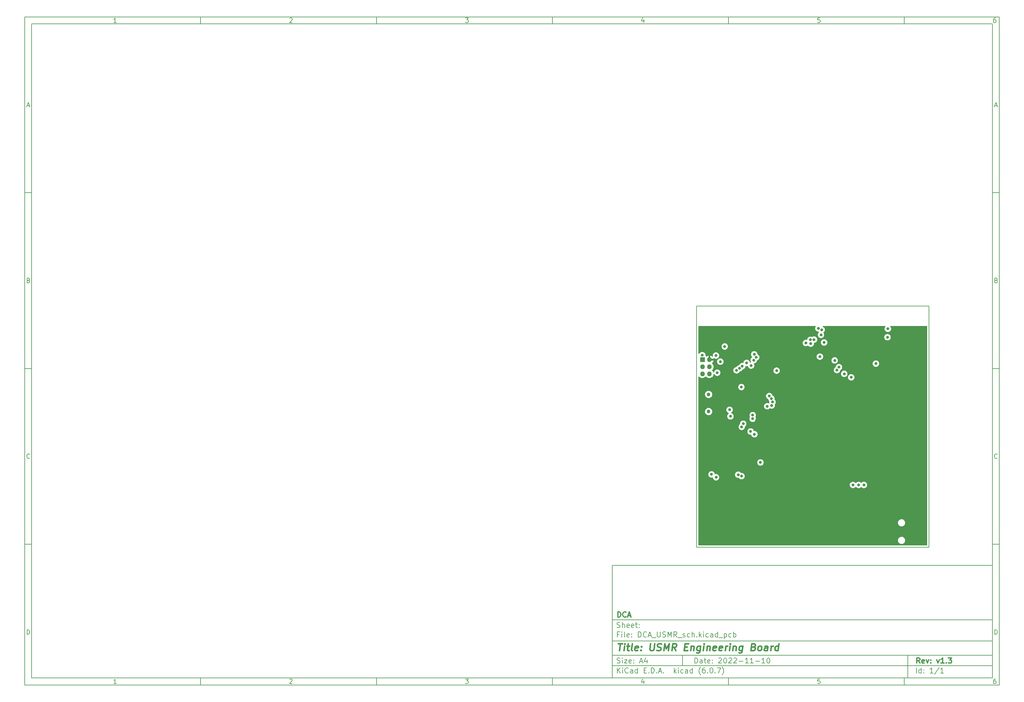
<source format=gbr>
%TF.GenerationSoftware,KiCad,Pcbnew,(6.0.7)*%
%TF.CreationDate,2022-11-15T16:12:34-05:00*%
%TF.ProjectId,DCA_USMR_sch,4443415f-5553-44d5-925f-7363682e6b69,v1.3*%
%TF.SameCoordinates,Original*%
%TF.FileFunction,Copper,L2,Inr*%
%TF.FilePolarity,Positive*%
%FSLAX46Y46*%
G04 Gerber Fmt 4.6, Leading zero omitted, Abs format (unit mm)*
G04 Created by KiCad (PCBNEW (6.0.7)) date 2022-11-15 16:12:34*
%MOMM*%
%LPD*%
G01*
G04 APERTURE LIST*
%ADD10C,0.100000*%
%ADD11C,0.150000*%
%ADD12C,0.300000*%
%ADD13C,0.400000*%
%TA.AperFunction,Profile*%
%ADD14C,0.200000*%
%TD*%
%TA.AperFunction,ComponentPad*%
%ADD15C,1.030000*%
%TD*%
%TA.AperFunction,ComponentPad*%
%ADD16O,1.350000X1.350000*%
%TD*%
%TA.AperFunction,ComponentPad*%
%ADD17R,1.350000X1.350000*%
%TD*%
%TA.AperFunction,ViaPad*%
%ADD18C,0.800000*%
%TD*%
G04 APERTURE END LIST*
D10*
D11*
X177002200Y-166007200D02*
X177002200Y-198007200D01*
X285002200Y-198007200D01*
X285002200Y-166007200D01*
X177002200Y-166007200D01*
D10*
D11*
X10000000Y-10000000D02*
X10000000Y-200007200D01*
X287002200Y-200007200D01*
X287002200Y-10000000D01*
X10000000Y-10000000D01*
D10*
D11*
X12000000Y-12000000D02*
X12000000Y-198007200D01*
X285002200Y-198007200D01*
X285002200Y-12000000D01*
X12000000Y-12000000D01*
D10*
D11*
X60000000Y-12000000D02*
X60000000Y-10000000D01*
D10*
D11*
X110000000Y-12000000D02*
X110000000Y-10000000D01*
D10*
D11*
X160000000Y-12000000D02*
X160000000Y-10000000D01*
D10*
D11*
X210000000Y-12000000D02*
X210000000Y-10000000D01*
D10*
D11*
X260000000Y-12000000D02*
X260000000Y-10000000D01*
D10*
D11*
X36065476Y-11588095D02*
X35322619Y-11588095D01*
X35694047Y-11588095D02*
X35694047Y-10288095D01*
X35570238Y-10473809D01*
X35446428Y-10597619D01*
X35322619Y-10659523D01*
D10*
D11*
X85322619Y-10411904D02*
X85384523Y-10350000D01*
X85508333Y-10288095D01*
X85817857Y-10288095D01*
X85941666Y-10350000D01*
X86003571Y-10411904D01*
X86065476Y-10535714D01*
X86065476Y-10659523D01*
X86003571Y-10845238D01*
X85260714Y-11588095D01*
X86065476Y-11588095D01*
D10*
D11*
X135260714Y-10288095D02*
X136065476Y-10288095D01*
X135632142Y-10783333D01*
X135817857Y-10783333D01*
X135941666Y-10845238D01*
X136003571Y-10907142D01*
X136065476Y-11030952D01*
X136065476Y-11340476D01*
X136003571Y-11464285D01*
X135941666Y-11526190D01*
X135817857Y-11588095D01*
X135446428Y-11588095D01*
X135322619Y-11526190D01*
X135260714Y-11464285D01*
D10*
D11*
X185941666Y-10721428D02*
X185941666Y-11588095D01*
X185632142Y-10226190D02*
X185322619Y-11154761D01*
X186127380Y-11154761D01*
D10*
D11*
X236003571Y-10288095D02*
X235384523Y-10288095D01*
X235322619Y-10907142D01*
X235384523Y-10845238D01*
X235508333Y-10783333D01*
X235817857Y-10783333D01*
X235941666Y-10845238D01*
X236003571Y-10907142D01*
X236065476Y-11030952D01*
X236065476Y-11340476D01*
X236003571Y-11464285D01*
X235941666Y-11526190D01*
X235817857Y-11588095D01*
X235508333Y-11588095D01*
X235384523Y-11526190D01*
X235322619Y-11464285D01*
D10*
D11*
X285941666Y-10288095D02*
X285694047Y-10288095D01*
X285570238Y-10350000D01*
X285508333Y-10411904D01*
X285384523Y-10597619D01*
X285322619Y-10845238D01*
X285322619Y-11340476D01*
X285384523Y-11464285D01*
X285446428Y-11526190D01*
X285570238Y-11588095D01*
X285817857Y-11588095D01*
X285941666Y-11526190D01*
X286003571Y-11464285D01*
X286065476Y-11340476D01*
X286065476Y-11030952D01*
X286003571Y-10907142D01*
X285941666Y-10845238D01*
X285817857Y-10783333D01*
X285570238Y-10783333D01*
X285446428Y-10845238D01*
X285384523Y-10907142D01*
X285322619Y-11030952D01*
D10*
D11*
X60000000Y-198007200D02*
X60000000Y-200007200D01*
D10*
D11*
X110000000Y-198007200D02*
X110000000Y-200007200D01*
D10*
D11*
X160000000Y-198007200D02*
X160000000Y-200007200D01*
D10*
D11*
X210000000Y-198007200D02*
X210000000Y-200007200D01*
D10*
D11*
X260000000Y-198007200D02*
X260000000Y-200007200D01*
D10*
D11*
X36065476Y-199595295D02*
X35322619Y-199595295D01*
X35694047Y-199595295D02*
X35694047Y-198295295D01*
X35570238Y-198481009D01*
X35446428Y-198604819D01*
X35322619Y-198666723D01*
D10*
D11*
X85322619Y-198419104D02*
X85384523Y-198357200D01*
X85508333Y-198295295D01*
X85817857Y-198295295D01*
X85941666Y-198357200D01*
X86003571Y-198419104D01*
X86065476Y-198542914D01*
X86065476Y-198666723D01*
X86003571Y-198852438D01*
X85260714Y-199595295D01*
X86065476Y-199595295D01*
D10*
D11*
X135260714Y-198295295D02*
X136065476Y-198295295D01*
X135632142Y-198790533D01*
X135817857Y-198790533D01*
X135941666Y-198852438D01*
X136003571Y-198914342D01*
X136065476Y-199038152D01*
X136065476Y-199347676D01*
X136003571Y-199471485D01*
X135941666Y-199533390D01*
X135817857Y-199595295D01*
X135446428Y-199595295D01*
X135322619Y-199533390D01*
X135260714Y-199471485D01*
D10*
D11*
X185941666Y-198728628D02*
X185941666Y-199595295D01*
X185632142Y-198233390D02*
X185322619Y-199161961D01*
X186127380Y-199161961D01*
D10*
D11*
X236003571Y-198295295D02*
X235384523Y-198295295D01*
X235322619Y-198914342D01*
X235384523Y-198852438D01*
X235508333Y-198790533D01*
X235817857Y-198790533D01*
X235941666Y-198852438D01*
X236003571Y-198914342D01*
X236065476Y-199038152D01*
X236065476Y-199347676D01*
X236003571Y-199471485D01*
X235941666Y-199533390D01*
X235817857Y-199595295D01*
X235508333Y-199595295D01*
X235384523Y-199533390D01*
X235322619Y-199471485D01*
D10*
D11*
X285941666Y-198295295D02*
X285694047Y-198295295D01*
X285570238Y-198357200D01*
X285508333Y-198419104D01*
X285384523Y-198604819D01*
X285322619Y-198852438D01*
X285322619Y-199347676D01*
X285384523Y-199471485D01*
X285446428Y-199533390D01*
X285570238Y-199595295D01*
X285817857Y-199595295D01*
X285941666Y-199533390D01*
X286003571Y-199471485D01*
X286065476Y-199347676D01*
X286065476Y-199038152D01*
X286003571Y-198914342D01*
X285941666Y-198852438D01*
X285817857Y-198790533D01*
X285570238Y-198790533D01*
X285446428Y-198852438D01*
X285384523Y-198914342D01*
X285322619Y-199038152D01*
D10*
D11*
X10000000Y-60000000D02*
X12000000Y-60000000D01*
D10*
D11*
X10000000Y-110000000D02*
X12000000Y-110000000D01*
D10*
D11*
X10000000Y-160000000D02*
X12000000Y-160000000D01*
D10*
D11*
X10690476Y-35216666D02*
X11309523Y-35216666D01*
X10566666Y-35588095D02*
X11000000Y-34288095D01*
X11433333Y-35588095D01*
D10*
D11*
X11092857Y-84907142D02*
X11278571Y-84969047D01*
X11340476Y-85030952D01*
X11402380Y-85154761D01*
X11402380Y-85340476D01*
X11340476Y-85464285D01*
X11278571Y-85526190D01*
X11154761Y-85588095D01*
X10659523Y-85588095D01*
X10659523Y-84288095D01*
X11092857Y-84288095D01*
X11216666Y-84350000D01*
X11278571Y-84411904D01*
X11340476Y-84535714D01*
X11340476Y-84659523D01*
X11278571Y-84783333D01*
X11216666Y-84845238D01*
X11092857Y-84907142D01*
X10659523Y-84907142D01*
D10*
D11*
X11402380Y-135464285D02*
X11340476Y-135526190D01*
X11154761Y-135588095D01*
X11030952Y-135588095D01*
X10845238Y-135526190D01*
X10721428Y-135402380D01*
X10659523Y-135278571D01*
X10597619Y-135030952D01*
X10597619Y-134845238D01*
X10659523Y-134597619D01*
X10721428Y-134473809D01*
X10845238Y-134350000D01*
X11030952Y-134288095D01*
X11154761Y-134288095D01*
X11340476Y-134350000D01*
X11402380Y-134411904D01*
D10*
D11*
X10659523Y-185588095D02*
X10659523Y-184288095D01*
X10969047Y-184288095D01*
X11154761Y-184350000D01*
X11278571Y-184473809D01*
X11340476Y-184597619D01*
X11402380Y-184845238D01*
X11402380Y-185030952D01*
X11340476Y-185278571D01*
X11278571Y-185402380D01*
X11154761Y-185526190D01*
X10969047Y-185588095D01*
X10659523Y-185588095D01*
D10*
D11*
X287002200Y-60000000D02*
X285002200Y-60000000D01*
D10*
D11*
X287002200Y-110000000D02*
X285002200Y-110000000D01*
D10*
D11*
X287002200Y-160000000D02*
X285002200Y-160000000D01*
D10*
D11*
X285692676Y-35216666D02*
X286311723Y-35216666D01*
X285568866Y-35588095D02*
X286002200Y-34288095D01*
X286435533Y-35588095D01*
D10*
D11*
X286095057Y-84907142D02*
X286280771Y-84969047D01*
X286342676Y-85030952D01*
X286404580Y-85154761D01*
X286404580Y-85340476D01*
X286342676Y-85464285D01*
X286280771Y-85526190D01*
X286156961Y-85588095D01*
X285661723Y-85588095D01*
X285661723Y-84288095D01*
X286095057Y-84288095D01*
X286218866Y-84350000D01*
X286280771Y-84411904D01*
X286342676Y-84535714D01*
X286342676Y-84659523D01*
X286280771Y-84783333D01*
X286218866Y-84845238D01*
X286095057Y-84907142D01*
X285661723Y-84907142D01*
D10*
D11*
X286404580Y-135464285D02*
X286342676Y-135526190D01*
X286156961Y-135588095D01*
X286033152Y-135588095D01*
X285847438Y-135526190D01*
X285723628Y-135402380D01*
X285661723Y-135278571D01*
X285599819Y-135030952D01*
X285599819Y-134845238D01*
X285661723Y-134597619D01*
X285723628Y-134473809D01*
X285847438Y-134350000D01*
X286033152Y-134288095D01*
X286156961Y-134288095D01*
X286342676Y-134350000D01*
X286404580Y-134411904D01*
D10*
D11*
X285661723Y-185588095D02*
X285661723Y-184288095D01*
X285971247Y-184288095D01*
X286156961Y-184350000D01*
X286280771Y-184473809D01*
X286342676Y-184597619D01*
X286404580Y-184845238D01*
X286404580Y-185030952D01*
X286342676Y-185278571D01*
X286280771Y-185402380D01*
X286156961Y-185526190D01*
X285971247Y-185588095D01*
X285661723Y-185588095D01*
D10*
D11*
X200434342Y-193785771D02*
X200434342Y-192285771D01*
X200791485Y-192285771D01*
X201005771Y-192357200D01*
X201148628Y-192500057D01*
X201220057Y-192642914D01*
X201291485Y-192928628D01*
X201291485Y-193142914D01*
X201220057Y-193428628D01*
X201148628Y-193571485D01*
X201005771Y-193714342D01*
X200791485Y-193785771D01*
X200434342Y-193785771D01*
X202577200Y-193785771D02*
X202577200Y-193000057D01*
X202505771Y-192857200D01*
X202362914Y-192785771D01*
X202077200Y-192785771D01*
X201934342Y-192857200D01*
X202577200Y-193714342D02*
X202434342Y-193785771D01*
X202077200Y-193785771D01*
X201934342Y-193714342D01*
X201862914Y-193571485D01*
X201862914Y-193428628D01*
X201934342Y-193285771D01*
X202077200Y-193214342D01*
X202434342Y-193214342D01*
X202577200Y-193142914D01*
X203077200Y-192785771D02*
X203648628Y-192785771D01*
X203291485Y-192285771D02*
X203291485Y-193571485D01*
X203362914Y-193714342D01*
X203505771Y-193785771D01*
X203648628Y-193785771D01*
X204720057Y-193714342D02*
X204577200Y-193785771D01*
X204291485Y-193785771D01*
X204148628Y-193714342D01*
X204077200Y-193571485D01*
X204077200Y-193000057D01*
X204148628Y-192857200D01*
X204291485Y-192785771D01*
X204577200Y-192785771D01*
X204720057Y-192857200D01*
X204791485Y-193000057D01*
X204791485Y-193142914D01*
X204077200Y-193285771D01*
X205434342Y-193642914D02*
X205505771Y-193714342D01*
X205434342Y-193785771D01*
X205362914Y-193714342D01*
X205434342Y-193642914D01*
X205434342Y-193785771D01*
X205434342Y-192857200D02*
X205505771Y-192928628D01*
X205434342Y-193000057D01*
X205362914Y-192928628D01*
X205434342Y-192857200D01*
X205434342Y-193000057D01*
X207220057Y-192428628D02*
X207291485Y-192357200D01*
X207434342Y-192285771D01*
X207791485Y-192285771D01*
X207934342Y-192357200D01*
X208005771Y-192428628D01*
X208077200Y-192571485D01*
X208077200Y-192714342D01*
X208005771Y-192928628D01*
X207148628Y-193785771D01*
X208077200Y-193785771D01*
X209005771Y-192285771D02*
X209148628Y-192285771D01*
X209291485Y-192357200D01*
X209362914Y-192428628D01*
X209434342Y-192571485D01*
X209505771Y-192857200D01*
X209505771Y-193214342D01*
X209434342Y-193500057D01*
X209362914Y-193642914D01*
X209291485Y-193714342D01*
X209148628Y-193785771D01*
X209005771Y-193785771D01*
X208862914Y-193714342D01*
X208791485Y-193642914D01*
X208720057Y-193500057D01*
X208648628Y-193214342D01*
X208648628Y-192857200D01*
X208720057Y-192571485D01*
X208791485Y-192428628D01*
X208862914Y-192357200D01*
X209005771Y-192285771D01*
X210077200Y-192428628D02*
X210148628Y-192357200D01*
X210291485Y-192285771D01*
X210648628Y-192285771D01*
X210791485Y-192357200D01*
X210862914Y-192428628D01*
X210934342Y-192571485D01*
X210934342Y-192714342D01*
X210862914Y-192928628D01*
X210005771Y-193785771D01*
X210934342Y-193785771D01*
X211505771Y-192428628D02*
X211577200Y-192357200D01*
X211720057Y-192285771D01*
X212077200Y-192285771D01*
X212220057Y-192357200D01*
X212291485Y-192428628D01*
X212362914Y-192571485D01*
X212362914Y-192714342D01*
X212291485Y-192928628D01*
X211434342Y-193785771D01*
X212362914Y-193785771D01*
X213005771Y-193214342D02*
X214148628Y-193214342D01*
X215648628Y-193785771D02*
X214791485Y-193785771D01*
X215220057Y-193785771D02*
X215220057Y-192285771D01*
X215077200Y-192500057D01*
X214934342Y-192642914D01*
X214791485Y-192714342D01*
X217077200Y-193785771D02*
X216220057Y-193785771D01*
X216648628Y-193785771D02*
X216648628Y-192285771D01*
X216505771Y-192500057D01*
X216362914Y-192642914D01*
X216220057Y-192714342D01*
X217720057Y-193214342D02*
X218862914Y-193214342D01*
X220362914Y-193785771D02*
X219505771Y-193785771D01*
X219934342Y-193785771D02*
X219934342Y-192285771D01*
X219791485Y-192500057D01*
X219648628Y-192642914D01*
X219505771Y-192714342D01*
X221291485Y-192285771D02*
X221434342Y-192285771D01*
X221577200Y-192357200D01*
X221648628Y-192428628D01*
X221720057Y-192571485D01*
X221791485Y-192857200D01*
X221791485Y-193214342D01*
X221720057Y-193500057D01*
X221648628Y-193642914D01*
X221577200Y-193714342D01*
X221434342Y-193785771D01*
X221291485Y-193785771D01*
X221148628Y-193714342D01*
X221077200Y-193642914D01*
X221005771Y-193500057D01*
X220934342Y-193214342D01*
X220934342Y-192857200D01*
X221005771Y-192571485D01*
X221077200Y-192428628D01*
X221148628Y-192357200D01*
X221291485Y-192285771D01*
D10*
D11*
X177002200Y-194507200D02*
X285002200Y-194507200D01*
D10*
D11*
X178434342Y-196585771D02*
X178434342Y-195085771D01*
X179291485Y-196585771D02*
X178648628Y-195728628D01*
X179291485Y-195085771D02*
X178434342Y-195942914D01*
X179934342Y-196585771D02*
X179934342Y-195585771D01*
X179934342Y-195085771D02*
X179862914Y-195157200D01*
X179934342Y-195228628D01*
X180005771Y-195157200D01*
X179934342Y-195085771D01*
X179934342Y-195228628D01*
X181505771Y-196442914D02*
X181434342Y-196514342D01*
X181220057Y-196585771D01*
X181077200Y-196585771D01*
X180862914Y-196514342D01*
X180720057Y-196371485D01*
X180648628Y-196228628D01*
X180577200Y-195942914D01*
X180577200Y-195728628D01*
X180648628Y-195442914D01*
X180720057Y-195300057D01*
X180862914Y-195157200D01*
X181077200Y-195085771D01*
X181220057Y-195085771D01*
X181434342Y-195157200D01*
X181505771Y-195228628D01*
X182791485Y-196585771D02*
X182791485Y-195800057D01*
X182720057Y-195657200D01*
X182577200Y-195585771D01*
X182291485Y-195585771D01*
X182148628Y-195657200D01*
X182791485Y-196514342D02*
X182648628Y-196585771D01*
X182291485Y-196585771D01*
X182148628Y-196514342D01*
X182077200Y-196371485D01*
X182077200Y-196228628D01*
X182148628Y-196085771D01*
X182291485Y-196014342D01*
X182648628Y-196014342D01*
X182791485Y-195942914D01*
X184148628Y-196585771D02*
X184148628Y-195085771D01*
X184148628Y-196514342D02*
X184005771Y-196585771D01*
X183720057Y-196585771D01*
X183577200Y-196514342D01*
X183505771Y-196442914D01*
X183434342Y-196300057D01*
X183434342Y-195871485D01*
X183505771Y-195728628D01*
X183577200Y-195657200D01*
X183720057Y-195585771D01*
X184005771Y-195585771D01*
X184148628Y-195657200D01*
X186005771Y-195800057D02*
X186505771Y-195800057D01*
X186720057Y-196585771D02*
X186005771Y-196585771D01*
X186005771Y-195085771D01*
X186720057Y-195085771D01*
X187362914Y-196442914D02*
X187434342Y-196514342D01*
X187362914Y-196585771D01*
X187291485Y-196514342D01*
X187362914Y-196442914D01*
X187362914Y-196585771D01*
X188077200Y-196585771D02*
X188077200Y-195085771D01*
X188434342Y-195085771D01*
X188648628Y-195157200D01*
X188791485Y-195300057D01*
X188862914Y-195442914D01*
X188934342Y-195728628D01*
X188934342Y-195942914D01*
X188862914Y-196228628D01*
X188791485Y-196371485D01*
X188648628Y-196514342D01*
X188434342Y-196585771D01*
X188077200Y-196585771D01*
X189577200Y-196442914D02*
X189648628Y-196514342D01*
X189577200Y-196585771D01*
X189505771Y-196514342D01*
X189577200Y-196442914D01*
X189577200Y-196585771D01*
X190220057Y-196157200D02*
X190934342Y-196157200D01*
X190077200Y-196585771D02*
X190577200Y-195085771D01*
X191077200Y-196585771D01*
X191577200Y-196442914D02*
X191648628Y-196514342D01*
X191577200Y-196585771D01*
X191505771Y-196514342D01*
X191577200Y-196442914D01*
X191577200Y-196585771D01*
X194577200Y-196585771D02*
X194577200Y-195085771D01*
X194720057Y-196014342D02*
X195148628Y-196585771D01*
X195148628Y-195585771D02*
X194577200Y-196157200D01*
X195791485Y-196585771D02*
X195791485Y-195585771D01*
X195791485Y-195085771D02*
X195720057Y-195157200D01*
X195791485Y-195228628D01*
X195862914Y-195157200D01*
X195791485Y-195085771D01*
X195791485Y-195228628D01*
X197148628Y-196514342D02*
X197005771Y-196585771D01*
X196720057Y-196585771D01*
X196577200Y-196514342D01*
X196505771Y-196442914D01*
X196434342Y-196300057D01*
X196434342Y-195871485D01*
X196505771Y-195728628D01*
X196577200Y-195657200D01*
X196720057Y-195585771D01*
X197005771Y-195585771D01*
X197148628Y-195657200D01*
X198434342Y-196585771D02*
X198434342Y-195800057D01*
X198362914Y-195657200D01*
X198220057Y-195585771D01*
X197934342Y-195585771D01*
X197791485Y-195657200D01*
X198434342Y-196514342D02*
X198291485Y-196585771D01*
X197934342Y-196585771D01*
X197791485Y-196514342D01*
X197720057Y-196371485D01*
X197720057Y-196228628D01*
X197791485Y-196085771D01*
X197934342Y-196014342D01*
X198291485Y-196014342D01*
X198434342Y-195942914D01*
X199791485Y-196585771D02*
X199791485Y-195085771D01*
X199791485Y-196514342D02*
X199648628Y-196585771D01*
X199362914Y-196585771D01*
X199220057Y-196514342D01*
X199148628Y-196442914D01*
X199077200Y-196300057D01*
X199077200Y-195871485D01*
X199148628Y-195728628D01*
X199220057Y-195657200D01*
X199362914Y-195585771D01*
X199648628Y-195585771D01*
X199791485Y-195657200D01*
X202077200Y-197157200D02*
X202005771Y-197085771D01*
X201862914Y-196871485D01*
X201791485Y-196728628D01*
X201720057Y-196514342D01*
X201648628Y-196157200D01*
X201648628Y-195871485D01*
X201720057Y-195514342D01*
X201791485Y-195300057D01*
X201862914Y-195157200D01*
X202005771Y-194942914D01*
X202077200Y-194871485D01*
X203291485Y-195085771D02*
X203005771Y-195085771D01*
X202862914Y-195157200D01*
X202791485Y-195228628D01*
X202648628Y-195442914D01*
X202577200Y-195728628D01*
X202577200Y-196300057D01*
X202648628Y-196442914D01*
X202720057Y-196514342D01*
X202862914Y-196585771D01*
X203148628Y-196585771D01*
X203291485Y-196514342D01*
X203362914Y-196442914D01*
X203434342Y-196300057D01*
X203434342Y-195942914D01*
X203362914Y-195800057D01*
X203291485Y-195728628D01*
X203148628Y-195657200D01*
X202862914Y-195657200D01*
X202720057Y-195728628D01*
X202648628Y-195800057D01*
X202577200Y-195942914D01*
X204077200Y-196442914D02*
X204148628Y-196514342D01*
X204077200Y-196585771D01*
X204005771Y-196514342D01*
X204077200Y-196442914D01*
X204077200Y-196585771D01*
X205077200Y-195085771D02*
X205220057Y-195085771D01*
X205362914Y-195157200D01*
X205434342Y-195228628D01*
X205505771Y-195371485D01*
X205577200Y-195657200D01*
X205577200Y-196014342D01*
X205505771Y-196300057D01*
X205434342Y-196442914D01*
X205362914Y-196514342D01*
X205220057Y-196585771D01*
X205077200Y-196585771D01*
X204934342Y-196514342D01*
X204862914Y-196442914D01*
X204791485Y-196300057D01*
X204720057Y-196014342D01*
X204720057Y-195657200D01*
X204791485Y-195371485D01*
X204862914Y-195228628D01*
X204934342Y-195157200D01*
X205077200Y-195085771D01*
X206220057Y-196442914D02*
X206291485Y-196514342D01*
X206220057Y-196585771D01*
X206148628Y-196514342D01*
X206220057Y-196442914D01*
X206220057Y-196585771D01*
X206791485Y-195085771D02*
X207791485Y-195085771D01*
X207148628Y-196585771D01*
X208220057Y-197157200D02*
X208291485Y-197085771D01*
X208434342Y-196871485D01*
X208505771Y-196728628D01*
X208577200Y-196514342D01*
X208648628Y-196157200D01*
X208648628Y-195871485D01*
X208577200Y-195514342D01*
X208505771Y-195300057D01*
X208434342Y-195157200D01*
X208291485Y-194942914D01*
X208220057Y-194871485D01*
D10*
D11*
X177002200Y-191507200D02*
X285002200Y-191507200D01*
D10*
D12*
X264411485Y-193785771D02*
X263911485Y-193071485D01*
X263554342Y-193785771D02*
X263554342Y-192285771D01*
X264125771Y-192285771D01*
X264268628Y-192357200D01*
X264340057Y-192428628D01*
X264411485Y-192571485D01*
X264411485Y-192785771D01*
X264340057Y-192928628D01*
X264268628Y-193000057D01*
X264125771Y-193071485D01*
X263554342Y-193071485D01*
X265625771Y-193714342D02*
X265482914Y-193785771D01*
X265197200Y-193785771D01*
X265054342Y-193714342D01*
X264982914Y-193571485D01*
X264982914Y-193000057D01*
X265054342Y-192857200D01*
X265197200Y-192785771D01*
X265482914Y-192785771D01*
X265625771Y-192857200D01*
X265697200Y-193000057D01*
X265697200Y-193142914D01*
X264982914Y-193285771D01*
X266197200Y-192785771D02*
X266554342Y-193785771D01*
X266911485Y-192785771D01*
X267482914Y-193642914D02*
X267554342Y-193714342D01*
X267482914Y-193785771D01*
X267411485Y-193714342D01*
X267482914Y-193642914D01*
X267482914Y-193785771D01*
X267482914Y-192857200D02*
X267554342Y-192928628D01*
X267482914Y-193000057D01*
X267411485Y-192928628D01*
X267482914Y-192857200D01*
X267482914Y-193000057D01*
X269197200Y-192785771D02*
X269554342Y-193785771D01*
X269911485Y-192785771D01*
X271268628Y-193785771D02*
X270411485Y-193785771D01*
X270840057Y-193785771D02*
X270840057Y-192285771D01*
X270697200Y-192500057D01*
X270554342Y-192642914D01*
X270411485Y-192714342D01*
X271911485Y-193642914D02*
X271982914Y-193714342D01*
X271911485Y-193785771D01*
X271840057Y-193714342D01*
X271911485Y-193642914D01*
X271911485Y-193785771D01*
X272482914Y-192285771D02*
X273411485Y-192285771D01*
X272911485Y-192857200D01*
X273125771Y-192857200D01*
X273268628Y-192928628D01*
X273340057Y-193000057D01*
X273411485Y-193142914D01*
X273411485Y-193500057D01*
X273340057Y-193642914D01*
X273268628Y-193714342D01*
X273125771Y-193785771D01*
X272697200Y-193785771D01*
X272554342Y-193714342D01*
X272482914Y-193642914D01*
D10*
D11*
X178362914Y-193714342D02*
X178577200Y-193785771D01*
X178934342Y-193785771D01*
X179077200Y-193714342D01*
X179148628Y-193642914D01*
X179220057Y-193500057D01*
X179220057Y-193357200D01*
X179148628Y-193214342D01*
X179077200Y-193142914D01*
X178934342Y-193071485D01*
X178648628Y-193000057D01*
X178505771Y-192928628D01*
X178434342Y-192857200D01*
X178362914Y-192714342D01*
X178362914Y-192571485D01*
X178434342Y-192428628D01*
X178505771Y-192357200D01*
X178648628Y-192285771D01*
X179005771Y-192285771D01*
X179220057Y-192357200D01*
X179862914Y-193785771D02*
X179862914Y-192785771D01*
X179862914Y-192285771D02*
X179791485Y-192357200D01*
X179862914Y-192428628D01*
X179934342Y-192357200D01*
X179862914Y-192285771D01*
X179862914Y-192428628D01*
X180434342Y-192785771D02*
X181220057Y-192785771D01*
X180434342Y-193785771D01*
X181220057Y-193785771D01*
X182362914Y-193714342D02*
X182220057Y-193785771D01*
X181934342Y-193785771D01*
X181791485Y-193714342D01*
X181720057Y-193571485D01*
X181720057Y-193000057D01*
X181791485Y-192857200D01*
X181934342Y-192785771D01*
X182220057Y-192785771D01*
X182362914Y-192857200D01*
X182434342Y-193000057D01*
X182434342Y-193142914D01*
X181720057Y-193285771D01*
X183077200Y-193642914D02*
X183148628Y-193714342D01*
X183077200Y-193785771D01*
X183005771Y-193714342D01*
X183077200Y-193642914D01*
X183077200Y-193785771D01*
X183077200Y-192857200D02*
X183148628Y-192928628D01*
X183077200Y-193000057D01*
X183005771Y-192928628D01*
X183077200Y-192857200D01*
X183077200Y-193000057D01*
X184862914Y-193357200D02*
X185577200Y-193357200D01*
X184720057Y-193785771D02*
X185220057Y-192285771D01*
X185720057Y-193785771D01*
X186862914Y-192785771D02*
X186862914Y-193785771D01*
X186505771Y-192214342D02*
X186148628Y-193285771D01*
X187077200Y-193285771D01*
D10*
D11*
X263434342Y-196585771D02*
X263434342Y-195085771D01*
X264791485Y-196585771D02*
X264791485Y-195085771D01*
X264791485Y-196514342D02*
X264648628Y-196585771D01*
X264362914Y-196585771D01*
X264220057Y-196514342D01*
X264148628Y-196442914D01*
X264077200Y-196300057D01*
X264077200Y-195871485D01*
X264148628Y-195728628D01*
X264220057Y-195657200D01*
X264362914Y-195585771D01*
X264648628Y-195585771D01*
X264791485Y-195657200D01*
X265505771Y-196442914D02*
X265577200Y-196514342D01*
X265505771Y-196585771D01*
X265434342Y-196514342D01*
X265505771Y-196442914D01*
X265505771Y-196585771D01*
X265505771Y-195657200D02*
X265577200Y-195728628D01*
X265505771Y-195800057D01*
X265434342Y-195728628D01*
X265505771Y-195657200D01*
X265505771Y-195800057D01*
X268148628Y-196585771D02*
X267291485Y-196585771D01*
X267720057Y-196585771D02*
X267720057Y-195085771D01*
X267577200Y-195300057D01*
X267434342Y-195442914D01*
X267291485Y-195514342D01*
X269862914Y-195014342D02*
X268577200Y-196942914D01*
X271148628Y-196585771D02*
X270291485Y-196585771D01*
X270720057Y-196585771D02*
X270720057Y-195085771D01*
X270577200Y-195300057D01*
X270434342Y-195442914D01*
X270291485Y-195514342D01*
D10*
D11*
X177002200Y-187507200D02*
X285002200Y-187507200D01*
D10*
D13*
X178714580Y-188211961D02*
X179857438Y-188211961D01*
X179036009Y-190211961D02*
X179286009Y-188211961D01*
X180274104Y-190211961D02*
X180440771Y-188878628D01*
X180524104Y-188211961D02*
X180416961Y-188307200D01*
X180500295Y-188402438D01*
X180607438Y-188307200D01*
X180524104Y-188211961D01*
X180500295Y-188402438D01*
X181107438Y-188878628D02*
X181869342Y-188878628D01*
X181476485Y-188211961D02*
X181262200Y-189926247D01*
X181333628Y-190116723D01*
X181512200Y-190211961D01*
X181702676Y-190211961D01*
X182655057Y-190211961D02*
X182476485Y-190116723D01*
X182405057Y-189926247D01*
X182619342Y-188211961D01*
X184190771Y-190116723D02*
X183988390Y-190211961D01*
X183607438Y-190211961D01*
X183428866Y-190116723D01*
X183357438Y-189926247D01*
X183452676Y-189164342D01*
X183571723Y-188973866D01*
X183774104Y-188878628D01*
X184155057Y-188878628D01*
X184333628Y-188973866D01*
X184405057Y-189164342D01*
X184381247Y-189354819D01*
X183405057Y-189545295D01*
X185155057Y-190021485D02*
X185238390Y-190116723D01*
X185131247Y-190211961D01*
X185047914Y-190116723D01*
X185155057Y-190021485D01*
X185131247Y-190211961D01*
X185286009Y-188973866D02*
X185369342Y-189069104D01*
X185262200Y-189164342D01*
X185178866Y-189069104D01*
X185286009Y-188973866D01*
X185262200Y-189164342D01*
X187857438Y-188211961D02*
X187655057Y-189831009D01*
X187726485Y-190021485D01*
X187809819Y-190116723D01*
X187988390Y-190211961D01*
X188369342Y-190211961D01*
X188571723Y-190116723D01*
X188678866Y-190021485D01*
X188797914Y-189831009D01*
X189000295Y-188211961D01*
X189619342Y-190116723D02*
X189893152Y-190211961D01*
X190369342Y-190211961D01*
X190571723Y-190116723D01*
X190678866Y-190021485D01*
X190797914Y-189831009D01*
X190821723Y-189640533D01*
X190750295Y-189450057D01*
X190666961Y-189354819D01*
X190488390Y-189259580D01*
X190119342Y-189164342D01*
X189940771Y-189069104D01*
X189857438Y-188973866D01*
X189786009Y-188783390D01*
X189809819Y-188592914D01*
X189928866Y-188402438D01*
X190036009Y-188307200D01*
X190238390Y-188211961D01*
X190714580Y-188211961D01*
X190988390Y-188307200D01*
X191607438Y-190211961D02*
X191857438Y-188211961D01*
X192345533Y-189640533D01*
X193190771Y-188211961D01*
X192940771Y-190211961D01*
X195036009Y-190211961D02*
X194488390Y-189259580D01*
X193893152Y-190211961D02*
X194143152Y-188211961D01*
X194905057Y-188211961D01*
X195083628Y-188307200D01*
X195166961Y-188402438D01*
X195238390Y-188592914D01*
X195202676Y-188878628D01*
X195083628Y-189069104D01*
X194976485Y-189164342D01*
X194774104Y-189259580D01*
X194012200Y-189259580D01*
X197547914Y-189164342D02*
X198214580Y-189164342D01*
X198369342Y-190211961D02*
X197416961Y-190211961D01*
X197666961Y-188211961D01*
X198619342Y-188211961D01*
X199393152Y-188878628D02*
X199226485Y-190211961D01*
X199369342Y-189069104D02*
X199476485Y-188973866D01*
X199678866Y-188878628D01*
X199964580Y-188878628D01*
X200143152Y-188973866D01*
X200214580Y-189164342D01*
X200083628Y-190211961D01*
X202059819Y-188878628D02*
X201857438Y-190497676D01*
X201738390Y-190688152D01*
X201631247Y-190783390D01*
X201428866Y-190878628D01*
X201143152Y-190878628D01*
X200964580Y-190783390D01*
X201905057Y-190116723D02*
X201702676Y-190211961D01*
X201321723Y-190211961D01*
X201143152Y-190116723D01*
X201059819Y-190021485D01*
X200988390Y-189831009D01*
X201059819Y-189259580D01*
X201178866Y-189069104D01*
X201286009Y-188973866D01*
X201488390Y-188878628D01*
X201869342Y-188878628D01*
X202047914Y-188973866D01*
X202845533Y-190211961D02*
X203012200Y-188878628D01*
X203095533Y-188211961D02*
X202988390Y-188307200D01*
X203071723Y-188402438D01*
X203178866Y-188307200D01*
X203095533Y-188211961D01*
X203071723Y-188402438D01*
X203964580Y-188878628D02*
X203797914Y-190211961D01*
X203940771Y-189069104D02*
X204047914Y-188973866D01*
X204250295Y-188878628D01*
X204536009Y-188878628D01*
X204714580Y-188973866D01*
X204786009Y-189164342D01*
X204655057Y-190211961D01*
X206381247Y-190116723D02*
X206178866Y-190211961D01*
X205797914Y-190211961D01*
X205619342Y-190116723D01*
X205547914Y-189926247D01*
X205643152Y-189164342D01*
X205762200Y-188973866D01*
X205964580Y-188878628D01*
X206345533Y-188878628D01*
X206524104Y-188973866D01*
X206595533Y-189164342D01*
X206571723Y-189354819D01*
X205595533Y-189545295D01*
X208095533Y-190116723D02*
X207893152Y-190211961D01*
X207512200Y-190211961D01*
X207333628Y-190116723D01*
X207262200Y-189926247D01*
X207357438Y-189164342D01*
X207476485Y-188973866D01*
X207678866Y-188878628D01*
X208059819Y-188878628D01*
X208238390Y-188973866D01*
X208309819Y-189164342D01*
X208286009Y-189354819D01*
X207309819Y-189545295D01*
X209036009Y-190211961D02*
X209202676Y-188878628D01*
X209155057Y-189259580D02*
X209274104Y-189069104D01*
X209381247Y-188973866D01*
X209583628Y-188878628D01*
X209774104Y-188878628D01*
X210274104Y-190211961D02*
X210440771Y-188878628D01*
X210524104Y-188211961D02*
X210416961Y-188307200D01*
X210500295Y-188402438D01*
X210607438Y-188307200D01*
X210524104Y-188211961D01*
X210500295Y-188402438D01*
X211393152Y-188878628D02*
X211226485Y-190211961D01*
X211369342Y-189069104D02*
X211476485Y-188973866D01*
X211678866Y-188878628D01*
X211964580Y-188878628D01*
X212143152Y-188973866D01*
X212214580Y-189164342D01*
X212083628Y-190211961D01*
X214059819Y-188878628D02*
X213857438Y-190497676D01*
X213738390Y-190688152D01*
X213631247Y-190783390D01*
X213428866Y-190878628D01*
X213143152Y-190878628D01*
X212964580Y-190783390D01*
X213905057Y-190116723D02*
X213702676Y-190211961D01*
X213321723Y-190211961D01*
X213143152Y-190116723D01*
X213059819Y-190021485D01*
X212988390Y-189831009D01*
X213059819Y-189259580D01*
X213178866Y-189069104D01*
X213286009Y-188973866D01*
X213488390Y-188878628D01*
X213869342Y-188878628D01*
X214047914Y-188973866D01*
X217166961Y-189164342D02*
X217440771Y-189259580D01*
X217524104Y-189354819D01*
X217595533Y-189545295D01*
X217559819Y-189831009D01*
X217440771Y-190021485D01*
X217333628Y-190116723D01*
X217131247Y-190211961D01*
X216369342Y-190211961D01*
X216619342Y-188211961D01*
X217286009Y-188211961D01*
X217464580Y-188307200D01*
X217547914Y-188402438D01*
X217619342Y-188592914D01*
X217595533Y-188783390D01*
X217476485Y-188973866D01*
X217369342Y-189069104D01*
X217166961Y-189164342D01*
X216500295Y-189164342D01*
X218655057Y-190211961D02*
X218476485Y-190116723D01*
X218393152Y-190021485D01*
X218321723Y-189831009D01*
X218393152Y-189259580D01*
X218512200Y-189069104D01*
X218619342Y-188973866D01*
X218821723Y-188878628D01*
X219107438Y-188878628D01*
X219286009Y-188973866D01*
X219369342Y-189069104D01*
X219440771Y-189259580D01*
X219369342Y-189831009D01*
X219250295Y-190021485D01*
X219143152Y-190116723D01*
X218940771Y-190211961D01*
X218655057Y-190211961D01*
X221036009Y-190211961D02*
X221166961Y-189164342D01*
X221095533Y-188973866D01*
X220916961Y-188878628D01*
X220536009Y-188878628D01*
X220333628Y-188973866D01*
X221047914Y-190116723D02*
X220845533Y-190211961D01*
X220369342Y-190211961D01*
X220190771Y-190116723D01*
X220119342Y-189926247D01*
X220143152Y-189735771D01*
X220262200Y-189545295D01*
X220464580Y-189450057D01*
X220940771Y-189450057D01*
X221143152Y-189354819D01*
X221988390Y-190211961D02*
X222155057Y-188878628D01*
X222107438Y-189259580D02*
X222226485Y-189069104D01*
X222333628Y-188973866D01*
X222536009Y-188878628D01*
X222726485Y-188878628D01*
X224083628Y-190211961D02*
X224333628Y-188211961D01*
X224095533Y-190116723D02*
X223893152Y-190211961D01*
X223512199Y-190211961D01*
X223333628Y-190116723D01*
X223250295Y-190021485D01*
X223178866Y-189831009D01*
X223250295Y-189259580D01*
X223369342Y-189069104D01*
X223476485Y-188973866D01*
X223678866Y-188878628D01*
X224059819Y-188878628D01*
X224238390Y-188973866D01*
D10*
D11*
X178934342Y-185600057D02*
X178434342Y-185600057D01*
X178434342Y-186385771D02*
X178434342Y-184885771D01*
X179148628Y-184885771D01*
X179720057Y-186385771D02*
X179720057Y-185385771D01*
X179720057Y-184885771D02*
X179648628Y-184957200D01*
X179720057Y-185028628D01*
X179791485Y-184957200D01*
X179720057Y-184885771D01*
X179720057Y-185028628D01*
X180648628Y-186385771D02*
X180505771Y-186314342D01*
X180434342Y-186171485D01*
X180434342Y-184885771D01*
X181791485Y-186314342D02*
X181648628Y-186385771D01*
X181362914Y-186385771D01*
X181220057Y-186314342D01*
X181148628Y-186171485D01*
X181148628Y-185600057D01*
X181220057Y-185457200D01*
X181362914Y-185385771D01*
X181648628Y-185385771D01*
X181791485Y-185457200D01*
X181862914Y-185600057D01*
X181862914Y-185742914D01*
X181148628Y-185885771D01*
X182505771Y-186242914D02*
X182577200Y-186314342D01*
X182505771Y-186385771D01*
X182434342Y-186314342D01*
X182505771Y-186242914D01*
X182505771Y-186385771D01*
X182505771Y-185457200D02*
X182577200Y-185528628D01*
X182505771Y-185600057D01*
X182434342Y-185528628D01*
X182505771Y-185457200D01*
X182505771Y-185600057D01*
X184362914Y-186385771D02*
X184362914Y-184885771D01*
X184720057Y-184885771D01*
X184934342Y-184957200D01*
X185077200Y-185100057D01*
X185148628Y-185242914D01*
X185220057Y-185528628D01*
X185220057Y-185742914D01*
X185148628Y-186028628D01*
X185077200Y-186171485D01*
X184934342Y-186314342D01*
X184720057Y-186385771D01*
X184362914Y-186385771D01*
X186720057Y-186242914D02*
X186648628Y-186314342D01*
X186434342Y-186385771D01*
X186291485Y-186385771D01*
X186077200Y-186314342D01*
X185934342Y-186171485D01*
X185862914Y-186028628D01*
X185791485Y-185742914D01*
X185791485Y-185528628D01*
X185862914Y-185242914D01*
X185934342Y-185100057D01*
X186077200Y-184957200D01*
X186291485Y-184885771D01*
X186434342Y-184885771D01*
X186648628Y-184957200D01*
X186720057Y-185028628D01*
X187291485Y-185957200D02*
X188005771Y-185957200D01*
X187148628Y-186385771D02*
X187648628Y-184885771D01*
X188148628Y-186385771D01*
X188291485Y-186528628D02*
X189434342Y-186528628D01*
X189791485Y-184885771D02*
X189791485Y-186100057D01*
X189862914Y-186242914D01*
X189934342Y-186314342D01*
X190077200Y-186385771D01*
X190362914Y-186385771D01*
X190505771Y-186314342D01*
X190577200Y-186242914D01*
X190648628Y-186100057D01*
X190648628Y-184885771D01*
X191291485Y-186314342D02*
X191505771Y-186385771D01*
X191862914Y-186385771D01*
X192005771Y-186314342D01*
X192077200Y-186242914D01*
X192148628Y-186100057D01*
X192148628Y-185957200D01*
X192077200Y-185814342D01*
X192005771Y-185742914D01*
X191862914Y-185671485D01*
X191577200Y-185600057D01*
X191434342Y-185528628D01*
X191362914Y-185457200D01*
X191291485Y-185314342D01*
X191291485Y-185171485D01*
X191362914Y-185028628D01*
X191434342Y-184957200D01*
X191577200Y-184885771D01*
X191934342Y-184885771D01*
X192148628Y-184957200D01*
X192791485Y-186385771D02*
X192791485Y-184885771D01*
X193291485Y-185957200D01*
X193791485Y-184885771D01*
X193791485Y-186385771D01*
X195362914Y-186385771D02*
X194862914Y-185671485D01*
X194505771Y-186385771D02*
X194505771Y-184885771D01*
X195077200Y-184885771D01*
X195220057Y-184957200D01*
X195291485Y-185028628D01*
X195362914Y-185171485D01*
X195362914Y-185385771D01*
X195291485Y-185528628D01*
X195220057Y-185600057D01*
X195077200Y-185671485D01*
X194505771Y-185671485D01*
X195648628Y-186528628D02*
X196791485Y-186528628D01*
X197077200Y-186314342D02*
X197220057Y-186385771D01*
X197505771Y-186385771D01*
X197648628Y-186314342D01*
X197720057Y-186171485D01*
X197720057Y-186100057D01*
X197648628Y-185957200D01*
X197505771Y-185885771D01*
X197291485Y-185885771D01*
X197148628Y-185814342D01*
X197077200Y-185671485D01*
X197077200Y-185600057D01*
X197148628Y-185457200D01*
X197291485Y-185385771D01*
X197505771Y-185385771D01*
X197648628Y-185457200D01*
X199005771Y-186314342D02*
X198862914Y-186385771D01*
X198577200Y-186385771D01*
X198434342Y-186314342D01*
X198362914Y-186242914D01*
X198291485Y-186100057D01*
X198291485Y-185671485D01*
X198362914Y-185528628D01*
X198434342Y-185457200D01*
X198577200Y-185385771D01*
X198862914Y-185385771D01*
X199005771Y-185457200D01*
X199648628Y-186385771D02*
X199648628Y-184885771D01*
X200291485Y-186385771D02*
X200291485Y-185600057D01*
X200220057Y-185457200D01*
X200077200Y-185385771D01*
X199862914Y-185385771D01*
X199720057Y-185457200D01*
X199648628Y-185528628D01*
X201005771Y-186242914D02*
X201077200Y-186314342D01*
X201005771Y-186385771D01*
X200934342Y-186314342D01*
X201005771Y-186242914D01*
X201005771Y-186385771D01*
X201720057Y-186385771D02*
X201720057Y-184885771D01*
X201862914Y-185814342D02*
X202291485Y-186385771D01*
X202291485Y-185385771D02*
X201720057Y-185957200D01*
X202934342Y-186385771D02*
X202934342Y-185385771D01*
X202934342Y-184885771D02*
X202862914Y-184957200D01*
X202934342Y-185028628D01*
X203005771Y-184957200D01*
X202934342Y-184885771D01*
X202934342Y-185028628D01*
X204291485Y-186314342D02*
X204148628Y-186385771D01*
X203862914Y-186385771D01*
X203720057Y-186314342D01*
X203648628Y-186242914D01*
X203577200Y-186100057D01*
X203577200Y-185671485D01*
X203648628Y-185528628D01*
X203720057Y-185457200D01*
X203862914Y-185385771D01*
X204148628Y-185385771D01*
X204291485Y-185457200D01*
X205577200Y-186385771D02*
X205577200Y-185600057D01*
X205505771Y-185457200D01*
X205362914Y-185385771D01*
X205077200Y-185385771D01*
X204934342Y-185457200D01*
X205577200Y-186314342D02*
X205434342Y-186385771D01*
X205077200Y-186385771D01*
X204934342Y-186314342D01*
X204862914Y-186171485D01*
X204862914Y-186028628D01*
X204934342Y-185885771D01*
X205077200Y-185814342D01*
X205434342Y-185814342D01*
X205577200Y-185742914D01*
X206934342Y-186385771D02*
X206934342Y-184885771D01*
X206934342Y-186314342D02*
X206791485Y-186385771D01*
X206505771Y-186385771D01*
X206362914Y-186314342D01*
X206291485Y-186242914D01*
X206220057Y-186100057D01*
X206220057Y-185671485D01*
X206291485Y-185528628D01*
X206362914Y-185457200D01*
X206505771Y-185385771D01*
X206791485Y-185385771D01*
X206934342Y-185457200D01*
X207291485Y-186528628D02*
X208434342Y-186528628D01*
X208791485Y-185385771D02*
X208791485Y-186885771D01*
X208791485Y-185457200D02*
X208934342Y-185385771D01*
X209220057Y-185385771D01*
X209362914Y-185457200D01*
X209434342Y-185528628D01*
X209505771Y-185671485D01*
X209505771Y-186100057D01*
X209434342Y-186242914D01*
X209362914Y-186314342D01*
X209220057Y-186385771D01*
X208934342Y-186385771D01*
X208791485Y-186314342D01*
X210791485Y-186314342D02*
X210648628Y-186385771D01*
X210362914Y-186385771D01*
X210220057Y-186314342D01*
X210148628Y-186242914D01*
X210077200Y-186100057D01*
X210077200Y-185671485D01*
X210148628Y-185528628D01*
X210220057Y-185457200D01*
X210362914Y-185385771D01*
X210648628Y-185385771D01*
X210791485Y-185457200D01*
X211434342Y-186385771D02*
X211434342Y-184885771D01*
X211434342Y-185457200D02*
X211577200Y-185385771D01*
X211862914Y-185385771D01*
X212005771Y-185457200D01*
X212077200Y-185528628D01*
X212148628Y-185671485D01*
X212148628Y-186100057D01*
X212077200Y-186242914D01*
X212005771Y-186314342D01*
X211862914Y-186385771D01*
X211577200Y-186385771D01*
X211434342Y-186314342D01*
D10*
D11*
X177002200Y-181507200D02*
X285002200Y-181507200D01*
D10*
D11*
X178362914Y-183614342D02*
X178577200Y-183685771D01*
X178934342Y-183685771D01*
X179077200Y-183614342D01*
X179148628Y-183542914D01*
X179220057Y-183400057D01*
X179220057Y-183257200D01*
X179148628Y-183114342D01*
X179077200Y-183042914D01*
X178934342Y-182971485D01*
X178648628Y-182900057D01*
X178505771Y-182828628D01*
X178434342Y-182757200D01*
X178362914Y-182614342D01*
X178362914Y-182471485D01*
X178434342Y-182328628D01*
X178505771Y-182257200D01*
X178648628Y-182185771D01*
X179005771Y-182185771D01*
X179220057Y-182257200D01*
X179862914Y-183685771D02*
X179862914Y-182185771D01*
X180505771Y-183685771D02*
X180505771Y-182900057D01*
X180434342Y-182757200D01*
X180291485Y-182685771D01*
X180077200Y-182685771D01*
X179934342Y-182757200D01*
X179862914Y-182828628D01*
X181791485Y-183614342D02*
X181648628Y-183685771D01*
X181362914Y-183685771D01*
X181220057Y-183614342D01*
X181148628Y-183471485D01*
X181148628Y-182900057D01*
X181220057Y-182757200D01*
X181362914Y-182685771D01*
X181648628Y-182685771D01*
X181791485Y-182757200D01*
X181862914Y-182900057D01*
X181862914Y-183042914D01*
X181148628Y-183185771D01*
X183077200Y-183614342D02*
X182934342Y-183685771D01*
X182648628Y-183685771D01*
X182505771Y-183614342D01*
X182434342Y-183471485D01*
X182434342Y-182900057D01*
X182505771Y-182757200D01*
X182648628Y-182685771D01*
X182934342Y-182685771D01*
X183077200Y-182757200D01*
X183148628Y-182900057D01*
X183148628Y-183042914D01*
X182434342Y-183185771D01*
X183577200Y-182685771D02*
X184148628Y-182685771D01*
X183791485Y-182185771D02*
X183791485Y-183471485D01*
X183862914Y-183614342D01*
X184005771Y-183685771D01*
X184148628Y-183685771D01*
X184648628Y-183542914D02*
X184720057Y-183614342D01*
X184648628Y-183685771D01*
X184577200Y-183614342D01*
X184648628Y-183542914D01*
X184648628Y-183685771D01*
X184648628Y-182757200D02*
X184720057Y-182828628D01*
X184648628Y-182900057D01*
X184577200Y-182828628D01*
X184648628Y-182757200D01*
X184648628Y-182900057D01*
D10*
D12*
X178554342Y-180685771D02*
X178554342Y-179185771D01*
X178911485Y-179185771D01*
X179125771Y-179257200D01*
X179268628Y-179400057D01*
X179340057Y-179542914D01*
X179411485Y-179828628D01*
X179411485Y-180042914D01*
X179340057Y-180328628D01*
X179268628Y-180471485D01*
X179125771Y-180614342D01*
X178911485Y-180685771D01*
X178554342Y-180685771D01*
X180911485Y-180542914D02*
X180840057Y-180614342D01*
X180625771Y-180685771D01*
X180482914Y-180685771D01*
X180268628Y-180614342D01*
X180125771Y-180471485D01*
X180054342Y-180328628D01*
X179982914Y-180042914D01*
X179982914Y-179828628D01*
X180054342Y-179542914D01*
X180125771Y-179400057D01*
X180268628Y-179257200D01*
X180482914Y-179185771D01*
X180625771Y-179185771D01*
X180840057Y-179257200D01*
X180911485Y-179328628D01*
X181482914Y-180257200D02*
X182197200Y-180257200D01*
X181340057Y-180685771D02*
X181840057Y-179185771D01*
X182340057Y-180685771D01*
D10*
D11*
D10*
D11*
D10*
D11*
D10*
D11*
D10*
D11*
X197002200Y-191507200D02*
X197002200Y-194507200D01*
D10*
D11*
X261002200Y-191507200D02*
X261002200Y-198007200D01*
D14*
X200980000Y-92210000D02*
X267020000Y-92210000D01*
X267020000Y-92210000D02*
X267020000Y-160800000D01*
X267020000Y-160800000D02*
X200980000Y-160800000D01*
X200980000Y-160800000D02*
X200980000Y-92210000D01*
D15*
%TO.N,Net-(C17-Pad2)*%
%TO.C,Y1*%
X204371645Y-122236601D03*
%TO.N,Net-(C16-Pad2)*%
X204371645Y-117356601D03*
%TD*%
D16*
%TO.N,Net-(J1-Pad6)*%
%TO.C,J1*%
X204600000Y-111500000D03*
%TO.N,Net-(J1-Pad5)*%
X202600000Y-111500000D03*
%TO.N,Net-(C9-Pad1)*%
X204600000Y-109500000D03*
%TO.N,GND*%
X202600000Y-109500000D03*
X204600000Y-107500000D03*
D17*
%TO.N,VDD*%
X202600000Y-107500000D03*
%TD*%
D18*
%TO.N,VDD*%
X213676430Y-115272600D03*
%TO.N,GND*%
X247200000Y-109500000D03*
%TO.N,VDD*%
X245400000Y-143100000D03*
X247000000Y-143100000D03*
X248500000Y-143100000D03*
%TO.N,GND*%
X252100000Y-139000000D03*
X246300000Y-141300000D03*
X247900000Y-141300000D03*
X249300000Y-141300000D03*
X229500000Y-151400000D03*
X229500000Y-143200000D03*
X229500000Y-148666666D03*
X229500000Y-145933333D03*
X226700000Y-150100000D03*
X226700000Y-147366666D03*
X226700000Y-144633333D03*
X226700000Y-141900000D03*
X229500000Y-140100000D03*
X229500000Y-131900000D03*
X229500000Y-137366666D03*
X229500000Y-134633333D03*
X226700000Y-138800000D03*
X226700000Y-136066666D03*
X226700000Y-133333333D03*
X226700000Y-130600000D03*
X229600000Y-129033334D03*
X229600000Y-123566667D03*
X226800000Y-127733334D03*
X229600000Y-126300000D03*
X226800000Y-125000000D03*
X229600000Y-120833334D03*
X226800000Y-122266667D03*
X226800000Y-119533334D03*
X229600000Y-117400000D03*
X229600000Y-111933333D03*
X226800000Y-116100000D03*
X229600000Y-114666666D03*
X226800000Y-113366666D03*
X229600000Y-109200000D03*
X226800000Y-110633333D03*
X226800000Y-107900000D03*
X235600000Y-119033334D03*
X235600000Y-113566667D03*
X232800000Y-117733334D03*
X235600000Y-116300000D03*
X232800000Y-115000000D03*
X235600000Y-110833334D03*
X232800000Y-112266667D03*
X232800000Y-109533334D03*
X235566667Y-123500000D03*
X232833334Y-123500000D03*
X242333334Y-120700000D03*
X236866667Y-120700000D03*
X241033334Y-123500000D03*
X239600000Y-120700000D03*
X238300000Y-123500000D03*
X234133334Y-120700000D03*
X252000000Y-123600000D03*
X249266666Y-123600000D03*
X253300000Y-120800000D03*
X250566666Y-120800000D03*
X247833333Y-120800000D03*
X245100000Y-120800000D03*
X246533333Y-123600000D03*
X243800000Y-123600000D03*
X255700000Y-122200000D03*
X255700000Y-119466666D03*
X258500000Y-123500000D03*
X258500000Y-120766666D03*
X258500000Y-118033333D03*
X258500000Y-115300000D03*
X255700000Y-116733333D03*
X255700000Y-114000000D03*
X258500000Y-112000000D03*
X258500000Y-109266666D03*
X258500000Y-106533333D03*
X258500000Y-103800000D03*
X255700000Y-110700000D03*
X255700000Y-107966666D03*
X255700000Y-105233333D03*
X255700000Y-102500000D03*
%TO.N,WINC_CHIP_EN*%
X213918667Y-109328916D03*
%TO.N,WINC_WAKE*%
X213128992Y-109941630D03*
%TO.N,WINC_RESET*%
X212300000Y-110500000D03*
%TO.N,GND*%
X218000000Y-124700000D03*
%TO.N,ENC_MISO*%
X215187748Y-108387748D03*
X221028539Y-120728539D03*
%TO.N,Net-(R2-Pad2)*%
X255300000Y-98700000D03*
X235576550Y-98593082D03*
%TO.N,VDD*%
X236300049Y-100424500D03*
%TO.N,Net-(R3-Pad2)*%
X255200000Y-101100000D03*
X236500000Y-98975500D03*
%TO.N,WINC_MOSI*%
X235994375Y-106605625D03*
X232000000Y-102724500D03*
%TO.N,WINC_MISO*%
X233377238Y-102927142D03*
X240843799Y-110430450D03*
%TO.N,WINC_SCK*%
X241400000Y-109600000D03*
X233300000Y-101824500D03*
%TO.N,WINC_SS*%
X240200000Y-107700000D03*
X234325048Y-101774952D03*
%TO.N,WINC_CHIP_EN*%
X244900000Y-112500000D03*
%TO.N,WINC_RESET*%
X251900000Y-108600000D03*
%TO.N,WINC_WAKE*%
X237200000Y-102600000D03*
%TO.N,GND*%
X240400000Y-103600000D03*
X245800000Y-109500000D03*
X244300000Y-109500000D03*
X247200000Y-108100000D03*
X245800000Y-108100000D03*
X244300000Y-108100000D03*
X247200000Y-106649642D03*
X245800000Y-106640884D03*
X244288672Y-106655663D03*
X246400000Y-118000000D03*
X259170000Y-99830000D03*
%TO.N,Net-(C9-Pad1)*%
X206468809Y-106291409D03*
%TO.N,ENC_MOSI*%
X216462700Y-109162700D03*
%TO.N,ENC_SCK*%
X217175500Y-107599602D03*
%TO.N,ENC_EXTINT*%
X217341631Y-105971007D03*
%TO.N,ENC_SS*%
X217900000Y-106800000D03*
%TO.N,ENC_EXTINT*%
X222280348Y-120501328D03*
%TO.N,ENC_MOSI*%
X222518145Y-119530525D03*
%TO.N,ENC_SCK*%
X222234812Y-118572022D03*
%TO.N,ENC_SS*%
X221600000Y-117800000D03*
%TO.N,VDD*%
X223700000Y-110600000D03*
%TO.N,GND*%
X223800000Y-112600000D03*
X217788497Y-110600000D03*
%TO.N,Net-(R8-Pad1)*%
X216300000Y-127900000D03*
%TO.N,Net-(R9-Pad2)*%
X217400000Y-128700000D03*
%TO.N,VDD*%
X219100000Y-136700000D03*
%TO.N,Net-(R9-Pad2)*%
X213772117Y-126603285D03*
%TO.N,Net-(R8-Pad1)*%
X214200000Y-125700000D03*
%TO.N,Net-(J2-Pad2)*%
X206500000Y-140924500D03*
X213717982Y-140595360D03*
%TO.N,Net-(J2-Pad1)*%
X205200000Y-140100000D03*
X212800000Y-140200000D03*
%TO.N,GND*%
X208801645Y-116366601D03*
X208816645Y-114451601D03*
%TO.N,VDD*%
X210571645Y-123596601D03*
X210331914Y-121721101D03*
%TO.N,GND*%
X217596444Y-117921400D03*
X210271645Y-119622101D03*
X207571645Y-117496601D03*
X207571645Y-123396601D03*
X202580965Y-127287281D03*
X222637843Y-130454589D03*
X240774998Y-118482000D03*
X206099999Y-107629999D03*
X207739999Y-103769999D03*
X203361103Y-134448222D03*
%TO.N,VDD*%
X242914998Y-111500000D03*
X206830000Y-111181000D03*
X208939999Y-103729999D03*
X207709999Y-108034499D03*
X202560000Y-106180000D03*
%TO.N,Net-(R8-Pad1)*%
X216887435Y-124259544D03*
%TO.N,Net-(R9-Pad2)*%
X216894043Y-123260063D03*
%TD*%
%TA.AperFunction,Conductor*%
%TO.N,GND*%
G36*
X234777539Y-97920002D02*
G01*
X234824032Y-97973658D01*
X234834136Y-98043932D01*
X234818537Y-98089000D01*
X234742023Y-98221526D01*
X234683008Y-98403154D01*
X234663046Y-98593082D01*
X234683008Y-98783010D01*
X234742023Y-98964638D01*
X234745326Y-98970360D01*
X234745327Y-98970361D01*
X234779236Y-99029092D01*
X234837510Y-99130026D01*
X234965297Y-99271948D01*
X235119798Y-99384200D01*
X235125826Y-99386884D01*
X235125828Y-99386885D01*
X235288231Y-99459191D01*
X235294262Y-99461876D01*
X235387663Y-99481729D01*
X235474606Y-99500210D01*
X235474611Y-99500210D01*
X235481063Y-99501582D01*
X235636917Y-99501582D01*
X235705038Y-99521584D01*
X235751531Y-99575240D01*
X235761635Y-99645514D01*
X235732141Y-99710094D01*
X235710980Y-99729517D01*
X235688796Y-99745634D01*
X235684375Y-99750544D01*
X235684374Y-99750545D01*
X235662303Y-99775058D01*
X235561009Y-99887556D01*
X235465522Y-100052944D01*
X235406507Y-100234572D01*
X235386545Y-100424500D01*
X235387235Y-100431065D01*
X235401709Y-100568774D01*
X235406507Y-100614428D01*
X235465522Y-100796056D01*
X235561009Y-100961444D01*
X235565427Y-100966351D01*
X235565428Y-100966352D01*
X235625782Y-101033382D01*
X235688796Y-101103366D01*
X235843297Y-101215618D01*
X235849325Y-101218302D01*
X235849327Y-101218303D01*
X236011730Y-101290609D01*
X236017761Y-101293294D01*
X236111161Y-101313147D01*
X236198105Y-101331628D01*
X236198110Y-101331628D01*
X236204562Y-101333000D01*
X236395536Y-101333000D01*
X236401988Y-101331628D01*
X236401993Y-101331628D01*
X236488936Y-101313147D01*
X236582337Y-101293294D01*
X236588368Y-101290609D01*
X236750771Y-101218303D01*
X236750773Y-101218302D01*
X236756801Y-101215618D01*
X236911302Y-101103366D01*
X236914333Y-101100000D01*
X254286496Y-101100000D01*
X254306458Y-101289928D01*
X254365473Y-101471556D01*
X254460960Y-101636944D01*
X254588747Y-101778866D01*
X254743248Y-101891118D01*
X254749276Y-101893802D01*
X254749278Y-101893803D01*
X254894180Y-101958317D01*
X254917712Y-101968794D01*
X255011113Y-101988647D01*
X255098056Y-102007128D01*
X255098061Y-102007128D01*
X255104513Y-102008500D01*
X255295487Y-102008500D01*
X255301939Y-102007128D01*
X255301944Y-102007128D01*
X255388887Y-101988647D01*
X255482288Y-101968794D01*
X255505820Y-101958317D01*
X255650722Y-101893803D01*
X255650724Y-101893802D01*
X255656752Y-101891118D01*
X255811253Y-101778866D01*
X255939040Y-101636944D01*
X256034527Y-101471556D01*
X256093542Y-101289928D01*
X256113504Y-101100000D01*
X256106220Y-101030697D01*
X256094232Y-100916635D01*
X256094232Y-100916633D01*
X256093542Y-100910072D01*
X256034527Y-100728444D01*
X255939040Y-100563056D01*
X255811253Y-100421134D01*
X255656752Y-100308882D01*
X255650724Y-100306198D01*
X255650722Y-100306197D01*
X255488319Y-100233891D01*
X255488318Y-100233891D01*
X255482288Y-100231206D01*
X255388888Y-100211353D01*
X255301944Y-100192872D01*
X255301939Y-100192872D01*
X255295487Y-100191500D01*
X255104513Y-100191500D01*
X255098061Y-100192872D01*
X255098056Y-100192872D01*
X255011112Y-100211353D01*
X254917712Y-100231206D01*
X254911682Y-100233891D01*
X254911681Y-100233891D01*
X254749278Y-100306197D01*
X254749276Y-100306198D01*
X254743248Y-100308882D01*
X254588747Y-100421134D01*
X254460960Y-100563056D01*
X254365473Y-100728444D01*
X254306458Y-100910072D01*
X254305768Y-100916633D01*
X254305768Y-100916635D01*
X254293780Y-101030697D01*
X254286496Y-101100000D01*
X236914333Y-101100000D01*
X236974316Y-101033382D01*
X237034670Y-100966352D01*
X237034671Y-100966351D01*
X237039089Y-100961444D01*
X237134576Y-100796056D01*
X237193591Y-100614428D01*
X237198390Y-100568774D01*
X237212863Y-100431065D01*
X237213553Y-100424500D01*
X237193591Y-100234572D01*
X237134576Y-100052944D01*
X237039089Y-99887556D01*
X237034669Y-99882647D01*
X237034666Y-99882643D01*
X237034334Y-99882274D01*
X237034209Y-99882014D01*
X237030788Y-99877305D01*
X237031649Y-99876679D01*
X237003617Y-99818266D01*
X237012382Y-99747813D01*
X237053909Y-99696030D01*
X237105907Y-99658251D01*
X237105912Y-99658246D01*
X237111253Y-99654366D01*
X237130147Y-99633382D01*
X237234621Y-99517352D01*
X237234622Y-99517351D01*
X237239040Y-99512444D01*
X237315323Y-99380319D01*
X237331223Y-99352779D01*
X237331224Y-99352778D01*
X237334527Y-99347056D01*
X237393542Y-99165428D01*
X237413504Y-98975500D01*
X237393542Y-98785572D01*
X237334527Y-98603944D01*
X237324466Y-98586517D01*
X237242341Y-98444274D01*
X237239040Y-98438556D01*
X237111253Y-98296634D01*
X236956752Y-98184382D01*
X236950726Y-98181699D01*
X236950719Y-98181695D01*
X236859555Y-98141107D01*
X236805459Y-98095127D01*
X236784809Y-98027200D01*
X236804161Y-97958892D01*
X236857372Y-97911890D01*
X236910803Y-97900000D01*
X254514817Y-97900000D01*
X254582938Y-97920002D01*
X254629431Y-97973658D01*
X254639535Y-98043932D01*
X254608454Y-98110308D01*
X254560960Y-98163056D01*
X254527202Y-98221526D01*
X254483839Y-98296634D01*
X254465473Y-98328444D01*
X254406458Y-98510072D01*
X254386496Y-98700000D01*
X254406458Y-98889928D01*
X254465473Y-99071556D01*
X254560960Y-99236944D01*
X254688747Y-99378866D01*
X254843248Y-99491118D01*
X254849276Y-99493802D01*
X254849278Y-99493803D01*
X254911676Y-99521584D01*
X255017712Y-99568794D01*
X255111112Y-99588647D01*
X255198056Y-99607128D01*
X255198061Y-99607128D01*
X255204513Y-99608500D01*
X255395487Y-99608500D01*
X255401939Y-99607128D01*
X255401944Y-99607128D01*
X255488887Y-99588647D01*
X255582288Y-99568794D01*
X255688324Y-99521584D01*
X255750722Y-99493803D01*
X255750724Y-99493802D01*
X255756752Y-99491118D01*
X255911253Y-99378866D01*
X256039040Y-99236944D01*
X256134527Y-99071556D01*
X256193542Y-98889928D01*
X256213504Y-98700000D01*
X256193542Y-98510072D01*
X256134527Y-98328444D01*
X256116162Y-98296634D01*
X256072798Y-98221526D01*
X256039040Y-98163056D01*
X255991546Y-98110308D01*
X255960830Y-98046303D01*
X255969593Y-97975850D01*
X256015056Y-97921318D01*
X256085183Y-97900000D01*
X266385500Y-97900000D01*
X266453621Y-97920002D01*
X266500114Y-97973658D01*
X266511500Y-98026000D01*
X266511500Y-160165500D01*
X266491498Y-160233621D01*
X266437842Y-160280114D01*
X266385500Y-160291500D01*
X201614500Y-160291500D01*
X201546379Y-160271498D01*
X201499886Y-160217842D01*
X201488500Y-160165500D01*
X201488500Y-158861744D01*
X258185556Y-158861744D01*
X258203481Y-159058707D01*
X258259321Y-159248438D01*
X258262174Y-159253896D01*
X258262176Y-159253900D01*
X258309631Y-159344672D01*
X258350951Y-159423709D01*
X258474879Y-159577844D01*
X258479603Y-159581808D01*
X258486844Y-159587884D01*
X258626385Y-159704973D01*
X258631783Y-159707940D01*
X258631788Y-159707944D01*
X258775091Y-159786724D01*
X258799698Y-159800252D01*
X258805565Y-159802113D01*
X258805567Y-159802114D01*
X258982347Y-159858192D01*
X258988217Y-159860054D01*
X259142138Y-159877319D01*
X259248680Y-159877319D01*
X259251736Y-159877019D01*
X259251743Y-159877019D01*
X259310251Y-159871282D01*
X259395744Y-159862899D01*
X259401645Y-159861117D01*
X259401647Y-159861117D01*
X259474964Y-159838981D01*
X259585080Y-159805735D01*
X259759707Y-159712885D01*
X259845973Y-159642528D01*
X259908198Y-159591779D01*
X259908201Y-159591776D01*
X259912973Y-159587884D01*
X259925255Y-159573038D01*
X260035112Y-159440244D01*
X260035114Y-159440240D01*
X260039041Y-159435494D01*
X260133109Y-159261520D01*
X260191593Y-159072587D01*
X260212266Y-158875894D01*
X260194341Y-158678931D01*
X260138501Y-158489200D01*
X260128830Y-158470700D01*
X260049724Y-158319387D01*
X260046871Y-158313929D01*
X259922943Y-158159794D01*
X259916638Y-158154503D01*
X259900245Y-158140748D01*
X259771437Y-158032665D01*
X259766039Y-158029698D01*
X259766034Y-158029694D01*
X259603519Y-157940352D01*
X259603520Y-157940352D01*
X259598124Y-157937386D01*
X259592257Y-157935525D01*
X259592255Y-157935524D01*
X259415475Y-157879446D01*
X259415474Y-157879446D01*
X259409605Y-157877584D01*
X259255684Y-157860319D01*
X259149142Y-157860319D01*
X259146086Y-157860619D01*
X259146079Y-157860619D01*
X259087571Y-157866356D01*
X259002078Y-157874739D01*
X258996177Y-157876521D01*
X258996175Y-157876521D01*
X258922858Y-157898657D01*
X258812742Y-157931903D01*
X258638115Y-158024753D01*
X258551849Y-158095110D01*
X258489624Y-158145859D01*
X258489621Y-158145862D01*
X258484849Y-158149754D01*
X258480922Y-158154501D01*
X258480920Y-158154503D01*
X258362710Y-158297394D01*
X258362708Y-158297398D01*
X258358781Y-158302144D01*
X258264713Y-158476118D01*
X258206229Y-158665051D01*
X258185556Y-158861744D01*
X201488500Y-158861744D01*
X201488500Y-153861744D01*
X258185556Y-153861744D01*
X258203481Y-154058707D01*
X258259321Y-154248438D01*
X258262174Y-154253896D01*
X258262176Y-154253900D01*
X258309631Y-154344672D01*
X258350951Y-154423709D01*
X258474879Y-154577844D01*
X258479603Y-154581808D01*
X258486844Y-154587884D01*
X258626385Y-154704973D01*
X258631783Y-154707940D01*
X258631788Y-154707944D01*
X258775091Y-154786724D01*
X258799698Y-154800252D01*
X258805565Y-154802113D01*
X258805567Y-154802114D01*
X258982347Y-154858192D01*
X258988217Y-154860054D01*
X259142138Y-154877319D01*
X259248680Y-154877319D01*
X259251736Y-154877019D01*
X259251743Y-154877019D01*
X259310251Y-154871282D01*
X259395744Y-154862899D01*
X259401645Y-154861117D01*
X259401647Y-154861117D01*
X259474964Y-154838981D01*
X259585080Y-154805735D01*
X259759707Y-154712885D01*
X259845973Y-154642528D01*
X259908198Y-154591779D01*
X259908201Y-154591776D01*
X259912973Y-154587884D01*
X259925255Y-154573038D01*
X260035112Y-154440244D01*
X260035114Y-154440240D01*
X260039041Y-154435494D01*
X260133109Y-154261520D01*
X260191593Y-154072587D01*
X260212266Y-153875894D01*
X260194341Y-153678931D01*
X260138501Y-153489200D01*
X260128830Y-153470700D01*
X260049724Y-153319387D01*
X260046871Y-153313929D01*
X259922943Y-153159794D01*
X259916638Y-153154503D01*
X259900245Y-153140748D01*
X259771437Y-153032665D01*
X259766039Y-153029698D01*
X259766034Y-153029694D01*
X259603519Y-152940352D01*
X259603520Y-152940352D01*
X259598124Y-152937386D01*
X259592257Y-152935525D01*
X259592255Y-152935524D01*
X259415475Y-152879446D01*
X259415474Y-152879446D01*
X259409605Y-152877584D01*
X259255684Y-152860319D01*
X259149142Y-152860319D01*
X259146086Y-152860619D01*
X259146079Y-152860619D01*
X259087571Y-152866356D01*
X259002078Y-152874739D01*
X258996177Y-152876521D01*
X258996175Y-152876521D01*
X258922858Y-152898657D01*
X258812742Y-152931903D01*
X258638115Y-153024753D01*
X258551849Y-153095110D01*
X258489624Y-153145859D01*
X258489621Y-153145862D01*
X258484849Y-153149754D01*
X258480922Y-153154501D01*
X258480920Y-153154503D01*
X258362710Y-153297394D01*
X258362708Y-153297398D01*
X258358781Y-153302144D01*
X258264713Y-153476118D01*
X258206229Y-153665051D01*
X258185556Y-153861744D01*
X201488500Y-153861744D01*
X201488500Y-143100000D01*
X244486496Y-143100000D01*
X244506458Y-143289928D01*
X244565473Y-143471556D01*
X244660960Y-143636944D01*
X244665378Y-143641851D01*
X244665379Y-143641852D01*
X244710105Y-143691525D01*
X244788747Y-143778866D01*
X244943248Y-143891118D01*
X244949276Y-143893802D01*
X244949278Y-143893803D01*
X245111681Y-143966109D01*
X245117712Y-143968794D01*
X245211113Y-143988647D01*
X245298056Y-144007128D01*
X245298061Y-144007128D01*
X245304513Y-144008500D01*
X245495487Y-144008500D01*
X245501939Y-144007128D01*
X245501944Y-144007128D01*
X245588887Y-143988647D01*
X245682288Y-143968794D01*
X245688319Y-143966109D01*
X245850722Y-143893803D01*
X245850724Y-143893802D01*
X245856752Y-143891118D01*
X246011253Y-143778866D01*
X246106365Y-143673233D01*
X246166810Y-143635994D01*
X246237793Y-143637346D01*
X246293635Y-143673233D01*
X246388747Y-143778866D01*
X246543248Y-143891118D01*
X246549276Y-143893802D01*
X246549278Y-143893803D01*
X246711681Y-143966109D01*
X246717712Y-143968794D01*
X246811113Y-143988647D01*
X246898056Y-144007128D01*
X246898061Y-144007128D01*
X246904513Y-144008500D01*
X247095487Y-144008500D01*
X247101939Y-144007128D01*
X247101944Y-144007128D01*
X247188887Y-143988647D01*
X247282288Y-143968794D01*
X247288319Y-143966109D01*
X247450722Y-143893803D01*
X247450724Y-143893802D01*
X247456752Y-143891118D01*
X247611253Y-143778866D01*
X247656364Y-143728765D01*
X247716810Y-143691525D01*
X247787793Y-143692877D01*
X247843636Y-143728765D01*
X247888747Y-143778866D01*
X248043248Y-143891118D01*
X248049276Y-143893802D01*
X248049278Y-143893803D01*
X248211681Y-143966109D01*
X248217712Y-143968794D01*
X248311113Y-143988647D01*
X248398056Y-144007128D01*
X248398061Y-144007128D01*
X248404513Y-144008500D01*
X248595487Y-144008500D01*
X248601939Y-144007128D01*
X248601944Y-144007128D01*
X248688887Y-143988647D01*
X248782288Y-143968794D01*
X248788319Y-143966109D01*
X248950722Y-143893803D01*
X248950724Y-143893802D01*
X248956752Y-143891118D01*
X249111253Y-143778866D01*
X249189895Y-143691525D01*
X249234621Y-143641852D01*
X249234622Y-143641851D01*
X249239040Y-143636944D01*
X249334527Y-143471556D01*
X249393542Y-143289928D01*
X249413504Y-143100000D01*
X249393542Y-142910072D01*
X249334527Y-142728444D01*
X249239040Y-142563056D01*
X249206365Y-142526766D01*
X249115675Y-142426045D01*
X249115674Y-142426044D01*
X249111253Y-142421134D01*
X248956752Y-142308882D01*
X248950724Y-142306198D01*
X248950722Y-142306197D01*
X248788319Y-142233891D01*
X248788318Y-142233891D01*
X248782288Y-142231206D01*
X248688888Y-142211353D01*
X248601944Y-142192872D01*
X248601939Y-142192872D01*
X248595487Y-142191500D01*
X248404513Y-142191500D01*
X248398061Y-142192872D01*
X248398056Y-142192872D01*
X248311112Y-142211353D01*
X248217712Y-142231206D01*
X248211682Y-142233891D01*
X248211681Y-142233891D01*
X248049278Y-142306197D01*
X248049276Y-142306198D01*
X248043248Y-142308882D01*
X247888747Y-142421134D01*
X247884326Y-142426044D01*
X247884325Y-142426045D01*
X247843636Y-142471235D01*
X247783190Y-142508475D01*
X247712207Y-142507123D01*
X247656364Y-142471235D01*
X247615675Y-142426045D01*
X247615674Y-142426044D01*
X247611253Y-142421134D01*
X247456752Y-142308882D01*
X247450724Y-142306198D01*
X247450722Y-142306197D01*
X247288319Y-142233891D01*
X247288318Y-142233891D01*
X247282288Y-142231206D01*
X247188888Y-142211353D01*
X247101944Y-142192872D01*
X247101939Y-142192872D01*
X247095487Y-142191500D01*
X246904513Y-142191500D01*
X246898061Y-142192872D01*
X246898056Y-142192872D01*
X246811112Y-142211353D01*
X246717712Y-142231206D01*
X246711682Y-142233891D01*
X246711681Y-142233891D01*
X246549278Y-142306197D01*
X246549276Y-142306198D01*
X246543248Y-142308882D01*
X246388747Y-142421134D01*
X246311323Y-142507123D01*
X246293636Y-142526766D01*
X246233190Y-142564006D01*
X246162207Y-142562654D01*
X246106364Y-142526766D01*
X246088678Y-142507123D01*
X246011253Y-142421134D01*
X245856752Y-142308882D01*
X245850724Y-142306198D01*
X245850722Y-142306197D01*
X245688319Y-142233891D01*
X245688318Y-142233891D01*
X245682288Y-142231206D01*
X245588888Y-142211353D01*
X245501944Y-142192872D01*
X245501939Y-142192872D01*
X245495487Y-142191500D01*
X245304513Y-142191500D01*
X245298061Y-142192872D01*
X245298056Y-142192872D01*
X245211112Y-142211353D01*
X245117712Y-142231206D01*
X245111682Y-142233891D01*
X245111681Y-142233891D01*
X244949278Y-142306197D01*
X244949276Y-142306198D01*
X244943248Y-142308882D01*
X244788747Y-142421134D01*
X244784326Y-142426044D01*
X244784325Y-142426045D01*
X244693636Y-142526766D01*
X244660960Y-142563056D01*
X244565473Y-142728444D01*
X244506458Y-142910072D01*
X244486496Y-143100000D01*
X201488500Y-143100000D01*
X201488500Y-140100000D01*
X204286496Y-140100000D01*
X204287186Y-140106565D01*
X204301803Y-140245634D01*
X204306458Y-140289928D01*
X204365473Y-140471556D01*
X204460960Y-140636944D01*
X204465378Y-140641851D01*
X204465379Y-140641852D01*
X204551000Y-140736944D01*
X204588747Y-140778866D01*
X204606227Y-140791566D01*
X204726385Y-140878866D01*
X204743248Y-140891118D01*
X204749276Y-140893802D01*
X204749278Y-140893803D01*
X204911681Y-140966109D01*
X204917712Y-140968794D01*
X205004479Y-140987237D01*
X205098056Y-141007128D01*
X205098061Y-141007128D01*
X205104513Y-141008500D01*
X205295487Y-141008500D01*
X205301939Y-141007128D01*
X205301944Y-141007128D01*
X205451893Y-140975255D01*
X205522684Y-140980657D01*
X205579317Y-141023474D01*
X205603400Y-141085332D01*
X205606458Y-141114428D01*
X205665473Y-141296056D01*
X205760960Y-141461444D01*
X205888747Y-141603366D01*
X206043248Y-141715618D01*
X206049276Y-141718302D01*
X206049278Y-141718303D01*
X206211681Y-141790609D01*
X206217712Y-141793294D01*
X206311113Y-141813147D01*
X206398056Y-141831628D01*
X206398061Y-141831628D01*
X206404513Y-141833000D01*
X206595487Y-141833000D01*
X206601939Y-141831628D01*
X206601944Y-141831628D01*
X206688887Y-141813147D01*
X206782288Y-141793294D01*
X206788319Y-141790609D01*
X206950722Y-141718303D01*
X206950724Y-141718302D01*
X206956752Y-141715618D01*
X207111253Y-141603366D01*
X207239040Y-141461444D01*
X207334527Y-141296056D01*
X207393542Y-141114428D01*
X207398621Y-141066109D01*
X207412814Y-140931065D01*
X207413504Y-140924500D01*
X207399532Y-140791566D01*
X207394232Y-140741135D01*
X207394232Y-140741133D01*
X207393542Y-140734572D01*
X207334527Y-140552944D01*
X207239040Y-140387556D01*
X207151136Y-140289928D01*
X207115675Y-140250545D01*
X207115674Y-140250544D01*
X207111253Y-140245634D01*
X207048443Y-140200000D01*
X211886496Y-140200000D01*
X211887186Y-140206565D01*
X211896608Y-140296206D01*
X211906458Y-140389928D01*
X211965473Y-140571556D01*
X211968776Y-140577278D01*
X211968777Y-140577279D01*
X211999924Y-140631226D01*
X212060960Y-140736944D01*
X212188747Y-140878866D01*
X212287843Y-140950864D01*
X212328850Y-140980657D01*
X212343248Y-140991118D01*
X212349276Y-140993802D01*
X212349278Y-140993803D01*
X212415921Y-141023474D01*
X212517712Y-141068794D01*
X212595517Y-141085332D01*
X212698056Y-141107128D01*
X212698061Y-141107128D01*
X212704513Y-141108500D01*
X212895487Y-141108500D01*
X212895487Y-141110041D01*
X212957563Y-141121391D01*
X212994530Y-141149617D01*
X213106729Y-141274226D01*
X213261230Y-141386478D01*
X213267258Y-141389162D01*
X213267260Y-141389163D01*
X213416764Y-141455726D01*
X213435694Y-141464154D01*
X213529094Y-141484007D01*
X213616038Y-141502488D01*
X213616043Y-141502488D01*
X213622495Y-141503860D01*
X213813469Y-141503860D01*
X213819921Y-141502488D01*
X213819926Y-141502488D01*
X213906870Y-141484007D01*
X214000270Y-141464154D01*
X214019200Y-141455726D01*
X214168704Y-141389163D01*
X214168706Y-141389162D01*
X214174734Y-141386478D01*
X214329235Y-141274226D01*
X214457022Y-141132304D01*
X214544576Y-140980657D01*
X214549205Y-140972639D01*
X214549206Y-140972638D01*
X214552509Y-140966916D01*
X214611524Y-140785288D01*
X214616855Y-140734572D01*
X214630796Y-140601925D01*
X214631486Y-140595360D01*
X214611524Y-140405432D01*
X214552509Y-140223804D01*
X214534976Y-140193435D01*
X214500304Y-140133382D01*
X214457022Y-140058416D01*
X214448765Y-140049245D01*
X214333657Y-139921405D01*
X214333656Y-139921404D01*
X214329235Y-139916494D01*
X214174734Y-139804242D01*
X214168706Y-139801558D01*
X214168704Y-139801557D01*
X214006301Y-139729251D01*
X214006300Y-139729251D01*
X214000270Y-139726566D01*
X213906869Y-139706713D01*
X213819926Y-139688232D01*
X213819921Y-139688232D01*
X213813469Y-139686860D01*
X213622495Y-139686860D01*
X213622495Y-139685319D01*
X213560419Y-139673969D01*
X213523452Y-139645743D01*
X213411253Y-139521134D01*
X213280375Y-139426045D01*
X213262094Y-139412763D01*
X213262093Y-139412762D01*
X213256752Y-139408882D01*
X213250724Y-139406198D01*
X213250722Y-139406197D01*
X213088319Y-139333891D01*
X213088318Y-139333891D01*
X213082288Y-139331206D01*
X212988888Y-139311353D01*
X212901944Y-139292872D01*
X212901939Y-139292872D01*
X212895487Y-139291500D01*
X212704513Y-139291500D01*
X212698061Y-139292872D01*
X212698056Y-139292872D01*
X212611112Y-139311353D01*
X212517712Y-139331206D01*
X212511682Y-139333891D01*
X212511681Y-139333891D01*
X212349278Y-139406197D01*
X212349276Y-139406198D01*
X212343248Y-139408882D01*
X212337907Y-139412762D01*
X212337906Y-139412763D01*
X212319625Y-139426045D01*
X212188747Y-139521134D01*
X212060960Y-139663056D01*
X211965473Y-139828444D01*
X211906458Y-140010072D01*
X211905768Y-140016633D01*
X211905768Y-140016635D01*
X211896316Y-140106565D01*
X211886496Y-140200000D01*
X207048443Y-140200000D01*
X206956752Y-140133382D01*
X206950724Y-140130698D01*
X206950722Y-140130697D01*
X206788319Y-140058391D01*
X206788318Y-140058391D01*
X206782288Y-140055706D01*
X206688887Y-140035853D01*
X206601944Y-140017372D01*
X206601939Y-140017372D01*
X206595487Y-140016000D01*
X206404513Y-140016000D01*
X206398061Y-140017372D01*
X206398056Y-140017372D01*
X206248107Y-140049245D01*
X206177316Y-140043843D01*
X206120683Y-140001026D01*
X206096600Y-139939168D01*
X206094232Y-139916635D01*
X206094232Y-139916633D01*
X206093542Y-139910072D01*
X206034527Y-139728444D01*
X205939040Y-139563056D01*
X205811253Y-139421134D01*
X205656752Y-139308882D01*
X205650724Y-139306198D01*
X205650722Y-139306197D01*
X205488319Y-139233891D01*
X205488318Y-139233891D01*
X205482288Y-139231206D01*
X205388887Y-139211353D01*
X205301944Y-139192872D01*
X205301939Y-139192872D01*
X205295487Y-139191500D01*
X205104513Y-139191500D01*
X205098061Y-139192872D01*
X205098056Y-139192872D01*
X205011113Y-139211353D01*
X204917712Y-139231206D01*
X204911682Y-139233891D01*
X204911681Y-139233891D01*
X204749278Y-139306197D01*
X204749276Y-139306198D01*
X204743248Y-139308882D01*
X204588747Y-139421134D01*
X204460960Y-139563056D01*
X204365473Y-139728444D01*
X204306458Y-139910072D01*
X204305768Y-139916633D01*
X204305768Y-139916635D01*
X204291382Y-140053508D01*
X204286496Y-140100000D01*
X201488500Y-140100000D01*
X201488500Y-136700000D01*
X218186496Y-136700000D01*
X218206458Y-136889928D01*
X218265473Y-137071556D01*
X218360960Y-137236944D01*
X218488747Y-137378866D01*
X218643248Y-137491118D01*
X218649276Y-137493802D01*
X218649278Y-137493803D01*
X218811681Y-137566109D01*
X218817712Y-137568794D01*
X218911112Y-137588647D01*
X218998056Y-137607128D01*
X218998061Y-137607128D01*
X219004513Y-137608500D01*
X219195487Y-137608500D01*
X219201939Y-137607128D01*
X219201944Y-137607128D01*
X219288888Y-137588647D01*
X219382288Y-137568794D01*
X219388319Y-137566109D01*
X219550722Y-137493803D01*
X219550724Y-137493802D01*
X219556752Y-137491118D01*
X219711253Y-137378866D01*
X219839040Y-137236944D01*
X219934527Y-137071556D01*
X219993542Y-136889928D01*
X220013504Y-136700000D01*
X219993542Y-136510072D01*
X219934527Y-136328444D01*
X219839040Y-136163056D01*
X219711253Y-136021134D01*
X219556752Y-135908882D01*
X219550724Y-135906198D01*
X219550722Y-135906197D01*
X219388319Y-135833891D01*
X219388318Y-135833891D01*
X219382288Y-135831206D01*
X219288888Y-135811353D01*
X219201944Y-135792872D01*
X219201939Y-135792872D01*
X219195487Y-135791500D01*
X219004513Y-135791500D01*
X218998061Y-135792872D01*
X218998056Y-135792872D01*
X218911112Y-135811353D01*
X218817712Y-135831206D01*
X218811682Y-135833891D01*
X218811681Y-135833891D01*
X218649278Y-135906197D01*
X218649276Y-135906198D01*
X218643248Y-135908882D01*
X218488747Y-136021134D01*
X218360960Y-136163056D01*
X218265473Y-136328444D01*
X218206458Y-136510072D01*
X218186496Y-136700000D01*
X201488500Y-136700000D01*
X201488500Y-127900000D01*
X215386496Y-127900000D01*
X215387186Y-127906565D01*
X215399228Y-128021134D01*
X215406458Y-128089928D01*
X215465473Y-128271556D01*
X215560960Y-128436944D01*
X215688747Y-128578866D01*
X215843248Y-128691118D01*
X215849276Y-128693802D01*
X215849278Y-128693803D01*
X216011681Y-128766109D01*
X216017712Y-128768794D01*
X216104338Y-128787207D01*
X216198056Y-128807128D01*
X216198061Y-128807128D01*
X216204513Y-128808500D01*
X216388456Y-128808500D01*
X216456577Y-128828502D01*
X216503070Y-128882158D01*
X216508289Y-128895562D01*
X216565473Y-129071556D01*
X216660960Y-129236944D01*
X216788747Y-129378866D01*
X216943248Y-129491118D01*
X216949276Y-129493802D01*
X216949278Y-129493803D01*
X217111681Y-129566109D01*
X217117712Y-129568794D01*
X217211112Y-129588647D01*
X217298056Y-129607128D01*
X217298061Y-129607128D01*
X217304513Y-129608500D01*
X217495487Y-129608500D01*
X217501939Y-129607128D01*
X217501944Y-129607128D01*
X217588888Y-129588647D01*
X217682288Y-129568794D01*
X217688319Y-129566109D01*
X217850722Y-129493803D01*
X217850724Y-129493802D01*
X217856752Y-129491118D01*
X218011253Y-129378866D01*
X218139040Y-129236944D01*
X218234527Y-129071556D01*
X218293542Y-128889928D01*
X218313504Y-128700000D01*
X218301181Y-128582749D01*
X218294232Y-128516635D01*
X218294232Y-128516633D01*
X218293542Y-128510072D01*
X218234527Y-128328444D01*
X218139040Y-128163056D01*
X218011253Y-128021134D01*
X217856752Y-127908882D01*
X217850724Y-127906198D01*
X217850722Y-127906197D01*
X217688319Y-127833891D01*
X217688318Y-127833891D01*
X217682288Y-127831206D01*
X217588888Y-127811353D01*
X217501944Y-127792872D01*
X217501939Y-127792872D01*
X217495487Y-127791500D01*
X217311544Y-127791500D01*
X217243423Y-127771498D01*
X217196930Y-127717842D01*
X217191711Y-127704437D01*
X217136568Y-127534726D01*
X217134527Y-127528444D01*
X217039040Y-127363056D01*
X216911253Y-127221134D01*
X216756752Y-127108882D01*
X216750724Y-127106198D01*
X216750722Y-127106197D01*
X216588319Y-127033891D01*
X216588318Y-127033891D01*
X216582288Y-127031206D01*
X216488887Y-127011353D01*
X216401944Y-126992872D01*
X216401939Y-126992872D01*
X216395487Y-126991500D01*
X216204513Y-126991500D01*
X216198061Y-126992872D01*
X216198056Y-126992872D01*
X216111113Y-127011353D01*
X216017712Y-127031206D01*
X216011682Y-127033891D01*
X216011681Y-127033891D01*
X215849278Y-127106197D01*
X215849276Y-127106198D01*
X215843248Y-127108882D01*
X215688747Y-127221134D01*
X215560960Y-127363056D01*
X215465473Y-127528444D01*
X215406458Y-127710072D01*
X215386496Y-127900000D01*
X201488500Y-127900000D01*
X201488500Y-126603285D01*
X212858613Y-126603285D01*
X212878575Y-126793213D01*
X212937590Y-126974841D01*
X213033077Y-127140229D01*
X213160864Y-127282151D01*
X213315365Y-127394403D01*
X213321393Y-127397087D01*
X213321395Y-127397088D01*
X213483798Y-127469394D01*
X213489829Y-127472079D01*
X213583229Y-127491932D01*
X213670173Y-127510413D01*
X213670178Y-127510413D01*
X213676630Y-127511785D01*
X213867604Y-127511785D01*
X213874056Y-127510413D01*
X213874061Y-127510413D01*
X213961005Y-127491932D01*
X214054405Y-127472079D01*
X214060436Y-127469394D01*
X214222839Y-127397088D01*
X214222841Y-127397087D01*
X214228869Y-127394403D01*
X214383370Y-127282151D01*
X214511157Y-127140229D01*
X214606644Y-126974841D01*
X214665659Y-126793213D01*
X214685621Y-126603285D01*
X214680224Y-126551937D01*
X214692996Y-126482098D01*
X214731473Y-126436830D01*
X214772421Y-126407079D01*
X214811253Y-126378866D01*
X214939040Y-126236944D01*
X215034527Y-126071556D01*
X215093542Y-125889928D01*
X215113504Y-125700000D01*
X215093542Y-125510072D01*
X215034527Y-125328444D01*
X214939040Y-125163056D01*
X214811253Y-125021134D01*
X214656752Y-124908882D01*
X214650724Y-124906198D01*
X214650722Y-124906197D01*
X214488319Y-124833891D01*
X214488318Y-124833891D01*
X214482288Y-124831206D01*
X214388887Y-124811353D01*
X214301944Y-124792872D01*
X214301939Y-124792872D01*
X214295487Y-124791500D01*
X214104513Y-124791500D01*
X214098061Y-124792872D01*
X214098056Y-124792872D01*
X214011113Y-124811353D01*
X213917712Y-124831206D01*
X213911682Y-124833891D01*
X213911681Y-124833891D01*
X213749278Y-124906197D01*
X213749276Y-124906198D01*
X213743248Y-124908882D01*
X213588747Y-125021134D01*
X213460960Y-125163056D01*
X213365473Y-125328444D01*
X213306458Y-125510072D01*
X213286496Y-125700000D01*
X213287186Y-125706565D01*
X213291893Y-125751348D01*
X213279121Y-125821187D01*
X213240644Y-125866455D01*
X213160864Y-125924419D01*
X213033077Y-126066341D01*
X212937590Y-126231729D01*
X212878575Y-126413357D01*
X212858613Y-126603285D01*
X201488500Y-126603285D01*
X201488500Y-122222242D01*
X203343293Y-122222242D01*
X203344499Y-122236601D01*
X203357372Y-122389897D01*
X203360089Y-122422256D01*
X203415415Y-122615199D01*
X203507163Y-122793722D01*
X203631839Y-122951024D01*
X203784693Y-123081114D01*
X203959905Y-123179036D01*
X204001866Y-123192670D01*
X204144942Y-123239159D01*
X204144946Y-123239160D01*
X204150800Y-123241062D01*
X204350107Y-123264827D01*
X204356242Y-123264355D01*
X204356244Y-123264355D01*
X204544093Y-123249902D01*
X204544098Y-123249901D01*
X204550234Y-123249429D01*
X204556166Y-123247773D01*
X204556170Y-123247772D01*
X204737615Y-123197111D01*
X204737619Y-123197110D01*
X204743559Y-123195451D01*
X204749063Y-123192671D01*
X204749065Y-123192670D01*
X204917216Y-123107731D01*
X204917218Y-123107730D01*
X204922717Y-123104952D01*
X205080886Y-122981377D01*
X205212039Y-122829434D01*
X205219803Y-122815768D01*
X205269186Y-122728837D01*
X205311183Y-122654910D01*
X205374539Y-122464453D01*
X205399696Y-122265317D01*
X205400097Y-122236601D01*
X205380510Y-122036840D01*
X205322496Y-121844688D01*
X205256784Y-121721101D01*
X209418410Y-121721101D01*
X209438372Y-121911029D01*
X209497387Y-122092657D01*
X209592874Y-122258045D01*
X209720661Y-122399967D01*
X209875162Y-122512219D01*
X209881190Y-122514903D01*
X209881192Y-122514904D01*
X210041120Y-122586108D01*
X210049626Y-122589895D01*
X210056082Y-122591267D01*
X210062366Y-122593309D01*
X210061702Y-122595353D01*
X210115342Y-122624309D01*
X210149666Y-122686457D01*
X210144942Y-122757296D01*
X210100737Y-122815768D01*
X209960392Y-122917735D01*
X209955971Y-122922645D01*
X209955970Y-122922646D01*
X209903089Y-122981377D01*
X209832605Y-123059657D01*
X209737118Y-123225045D01*
X209678103Y-123406673D01*
X209658141Y-123596601D01*
X209658831Y-123603166D01*
X209675896Y-123765526D01*
X209678103Y-123786529D01*
X209737118Y-123968157D01*
X209832605Y-124133545D01*
X209960392Y-124275467D01*
X210114893Y-124387719D01*
X210120921Y-124390403D01*
X210120923Y-124390404D01*
X210283326Y-124462710D01*
X210289357Y-124465395D01*
X210382758Y-124485248D01*
X210469701Y-124503729D01*
X210469706Y-124503729D01*
X210476158Y-124505101D01*
X210667132Y-124505101D01*
X210673584Y-124503729D01*
X210673589Y-124503729D01*
X210760532Y-124485248D01*
X210853933Y-124465395D01*
X210859964Y-124462710D01*
X211022367Y-124390404D01*
X211022369Y-124390403D01*
X211028397Y-124387719D01*
X211182898Y-124275467D01*
X211197235Y-124259544D01*
X215973931Y-124259544D01*
X215974621Y-124266109D01*
X215987403Y-124387719D01*
X215993893Y-124449472D01*
X216052908Y-124631100D01*
X216148395Y-124796488D01*
X216276182Y-124938410D01*
X216430683Y-125050662D01*
X216436711Y-125053346D01*
X216436713Y-125053347D01*
X216599116Y-125125653D01*
X216605147Y-125128338D01*
X216698548Y-125148191D01*
X216785491Y-125166672D01*
X216785496Y-125166672D01*
X216791948Y-125168044D01*
X216982922Y-125168044D01*
X216989374Y-125166672D01*
X216989379Y-125166672D01*
X217076322Y-125148191D01*
X217169723Y-125128338D01*
X217175754Y-125125653D01*
X217338157Y-125053347D01*
X217338159Y-125053346D01*
X217344187Y-125050662D01*
X217498688Y-124938410D01*
X217626475Y-124796488D01*
X217721962Y-124631100D01*
X217780977Y-124449472D01*
X217787468Y-124387719D01*
X217800249Y-124266109D01*
X217800939Y-124259544D01*
X217780977Y-124069616D01*
X217721962Y-123887988D01*
X217687630Y-123828524D01*
X217670893Y-123759532D01*
X217687630Y-123702529D01*
X217728570Y-123631619D01*
X217787585Y-123449991D01*
X217807547Y-123260063D01*
X217798715Y-123176029D01*
X217788275Y-123076698D01*
X217788275Y-123076696D01*
X217787585Y-123070135D01*
X217728570Y-122888507D01*
X217633083Y-122723119D01*
X217600073Y-122686457D01*
X217509718Y-122586108D01*
X217509717Y-122586107D01*
X217505296Y-122581197D01*
X217350795Y-122468945D01*
X217344767Y-122466261D01*
X217344765Y-122466260D01*
X217182362Y-122393954D01*
X217182361Y-122393954D01*
X217176331Y-122391269D01*
X217082930Y-122371416D01*
X216995987Y-122352935D01*
X216995982Y-122352935D01*
X216989530Y-122351563D01*
X216798556Y-122351563D01*
X216792104Y-122352935D01*
X216792099Y-122352935D01*
X216705156Y-122371416D01*
X216611755Y-122391269D01*
X216605725Y-122393954D01*
X216605724Y-122393954D01*
X216443321Y-122466260D01*
X216443319Y-122466261D01*
X216437291Y-122468945D01*
X216282790Y-122581197D01*
X216278369Y-122586107D01*
X216278368Y-122586108D01*
X216188014Y-122686457D01*
X216155003Y-122723119D01*
X216059516Y-122888507D01*
X216000501Y-123070135D01*
X215999811Y-123076696D01*
X215999811Y-123076698D01*
X215989371Y-123176029D01*
X215980539Y-123260063D01*
X216000501Y-123449991D01*
X216059516Y-123631619D01*
X216093848Y-123691083D01*
X216110585Y-123760075D01*
X216093848Y-123817078D01*
X216052908Y-123887988D01*
X215993893Y-124069616D01*
X215973931Y-124259544D01*
X211197235Y-124259544D01*
X211310685Y-124133545D01*
X211406172Y-123968157D01*
X211465187Y-123786529D01*
X211467395Y-123765526D01*
X211484459Y-123603166D01*
X211485149Y-123596601D01*
X211465187Y-123406673D01*
X211406172Y-123225045D01*
X211310685Y-123059657D01*
X211240202Y-122981377D01*
X211187320Y-122922646D01*
X211187319Y-122922645D01*
X211182898Y-122917735D01*
X211028397Y-122805483D01*
X211022369Y-122802799D01*
X211022367Y-122802798D01*
X210859964Y-122730492D01*
X210859963Y-122730492D01*
X210853933Y-122727807D01*
X210847477Y-122726435D01*
X210841193Y-122724393D01*
X210841857Y-122722349D01*
X210788217Y-122693393D01*
X210753893Y-122631245D01*
X210758617Y-122560406D01*
X210802822Y-122501934D01*
X210943167Y-122399967D01*
X211070954Y-122258045D01*
X211166441Y-122092657D01*
X211225456Y-121911029D01*
X211245418Y-121721101D01*
X211244728Y-121714536D01*
X211226146Y-121537736D01*
X211226146Y-121537734D01*
X211225456Y-121531173D01*
X211166441Y-121349545D01*
X211140239Y-121304161D01*
X211112321Y-121255806D01*
X211070954Y-121184157D01*
X210943167Y-121042235D01*
X210788666Y-120929983D01*
X210782638Y-120927299D01*
X210782636Y-120927298D01*
X210620233Y-120854992D01*
X210620232Y-120854992D01*
X210614202Y-120852307D01*
X210520802Y-120832454D01*
X210433858Y-120813973D01*
X210433853Y-120813973D01*
X210427401Y-120812601D01*
X210236427Y-120812601D01*
X210229975Y-120813973D01*
X210229970Y-120813973D01*
X210143026Y-120832454D01*
X210049626Y-120852307D01*
X210043596Y-120854992D01*
X210043595Y-120854992D01*
X209881192Y-120927298D01*
X209881190Y-120927299D01*
X209875162Y-120929983D01*
X209720661Y-121042235D01*
X209592874Y-121184157D01*
X209551507Y-121255806D01*
X209523590Y-121304161D01*
X209497387Y-121349545D01*
X209438372Y-121531173D01*
X209437682Y-121537734D01*
X209437682Y-121537736D01*
X209419100Y-121714536D01*
X209418410Y-121721101D01*
X205256784Y-121721101D01*
X205228265Y-121667464D01*
X205101404Y-121511919D01*
X204946748Y-121383976D01*
X204770186Y-121288509D01*
X204664540Y-121255806D01*
X204584331Y-121230977D01*
X204584328Y-121230976D01*
X204578444Y-121229155D01*
X204572319Y-121228511D01*
X204572318Y-121228511D01*
X204384953Y-121208818D01*
X204384952Y-121208818D01*
X204378825Y-121208174D01*
X204295807Y-121215729D01*
X204185071Y-121225807D01*
X204185068Y-121225808D01*
X204178932Y-121226366D01*
X204173026Y-121228104D01*
X204173022Y-121228105D01*
X204030766Y-121269974D01*
X203986380Y-121283037D01*
X203808503Y-121376029D01*
X203652075Y-121501800D01*
X203648117Y-121506517D01*
X203648115Y-121506519D01*
X203639582Y-121516688D01*
X203523055Y-121655560D01*
X203520091Y-121660952D01*
X203520088Y-121660956D01*
X203487023Y-121721101D01*
X203426358Y-121831451D01*
X203365667Y-122022774D01*
X203343293Y-122222242D01*
X201488500Y-122222242D01*
X201488500Y-120728539D01*
X220115035Y-120728539D01*
X220115725Y-120735104D01*
X220130808Y-120878607D01*
X220134997Y-120918467D01*
X220194012Y-121100095D01*
X220289499Y-121265483D01*
X220293917Y-121270390D01*
X220293918Y-121270391D01*
X220412864Y-121402494D01*
X220417286Y-121407405D01*
X220516382Y-121479403D01*
X220561137Y-121511919D01*
X220571787Y-121519657D01*
X220577815Y-121522341D01*
X220577817Y-121522342D01*
X220597652Y-121531173D01*
X220746251Y-121597333D01*
X220839652Y-121617186D01*
X220926595Y-121635667D01*
X220926600Y-121635667D01*
X220933052Y-121637039D01*
X221124026Y-121637039D01*
X221130478Y-121635667D01*
X221130483Y-121635667D01*
X221217426Y-121617186D01*
X221310827Y-121597333D01*
X221459426Y-121531173D01*
X221479261Y-121522342D01*
X221479263Y-121522341D01*
X221485291Y-121519657D01*
X221495942Y-121511919D01*
X221540696Y-121479403D01*
X221639792Y-121407405D01*
X221705025Y-121334956D01*
X221765468Y-121297718D01*
X221836452Y-121299069D01*
X221849907Y-121304161D01*
X221992025Y-121367436D01*
X221992033Y-121367439D01*
X221998060Y-121370122D01*
X222063238Y-121383976D01*
X222178404Y-121408456D01*
X222178409Y-121408456D01*
X222184861Y-121409828D01*
X222375835Y-121409828D01*
X222382287Y-121408456D01*
X222382292Y-121408456D01*
X222497458Y-121383976D01*
X222562636Y-121370122D01*
X222608853Y-121349545D01*
X222731070Y-121295131D01*
X222731072Y-121295130D01*
X222737100Y-121292446D01*
X222750051Y-121283037D01*
X222824212Y-121229155D01*
X222891601Y-121180194D01*
X222896023Y-121175283D01*
X223014969Y-121043180D01*
X223014970Y-121043179D01*
X223019388Y-121038272D01*
X223114875Y-120872884D01*
X223173890Y-120691256D01*
X223193852Y-120501328D01*
X223193162Y-120494763D01*
X223174581Y-120317970D01*
X223174580Y-120317966D01*
X223173890Y-120311400D01*
X223160216Y-120269315D01*
X223158188Y-120198348D01*
X223186411Y-120146072D01*
X223257185Y-120067469D01*
X223352672Y-119902081D01*
X223411687Y-119720453D01*
X223431649Y-119530525D01*
X223430959Y-119523960D01*
X223412377Y-119347160D01*
X223412377Y-119347158D01*
X223411687Y-119340597D01*
X223352672Y-119158969D01*
X223257185Y-118993581D01*
X223155514Y-118880664D01*
X223124797Y-118816657D01*
X223125904Y-118770154D01*
X223126312Y-118768235D01*
X223128354Y-118761950D01*
X223148316Y-118572022D01*
X223128354Y-118382094D01*
X223069339Y-118200466D01*
X222973852Y-118035078D01*
X222927290Y-117983365D01*
X222850487Y-117898067D01*
X222850486Y-117898066D01*
X222846065Y-117893156D01*
X222717847Y-117800000D01*
X222696906Y-117784785D01*
X222696905Y-117784784D01*
X222691564Y-117780904D01*
X222685536Y-117778220D01*
X222685534Y-117778219D01*
X222569114Y-117726386D01*
X222515018Y-117680406D01*
X222495053Y-117624449D01*
X222494232Y-117616635D01*
X222494232Y-117616633D01*
X222493542Y-117610072D01*
X222434527Y-117428444D01*
X222339040Y-117263056D01*
X222211253Y-117121134D01*
X222056752Y-117008882D01*
X222050724Y-117006198D01*
X222050722Y-117006197D01*
X221888319Y-116933891D01*
X221888318Y-116933891D01*
X221882288Y-116931206D01*
X221788888Y-116911353D01*
X221701944Y-116892872D01*
X221701939Y-116892872D01*
X221695487Y-116891500D01*
X221504513Y-116891500D01*
X221498061Y-116892872D01*
X221498056Y-116892872D01*
X221411112Y-116911353D01*
X221317712Y-116931206D01*
X221311682Y-116933891D01*
X221311681Y-116933891D01*
X221149278Y-117006197D01*
X221149276Y-117006198D01*
X221143248Y-117008882D01*
X220988747Y-117121134D01*
X220860960Y-117263056D01*
X220765473Y-117428444D01*
X220706458Y-117610072D01*
X220705768Y-117616633D01*
X220705768Y-117616635D01*
X220696667Y-117703228D01*
X220686496Y-117800000D01*
X220687186Y-117806565D01*
X220698449Y-117913722D01*
X220706458Y-117989928D01*
X220765473Y-118171556D01*
X220860960Y-118336944D01*
X220865378Y-118341851D01*
X220865379Y-118341852D01*
X220984325Y-118473955D01*
X220988747Y-118478866D01*
X221087843Y-118550864D01*
X221126001Y-118578587D01*
X221143248Y-118591118D01*
X221149276Y-118593802D01*
X221149278Y-118593803D01*
X221265698Y-118645636D01*
X221319794Y-118691616D01*
X221339759Y-118747573D01*
X221340580Y-118755382D01*
X221341270Y-118761950D01*
X221400285Y-118943578D01*
X221495772Y-119108966D01*
X221500190Y-119113873D01*
X221500191Y-119113874D01*
X221597443Y-119221883D01*
X221628160Y-119285890D01*
X221627053Y-119332393D01*
X221626645Y-119334312D01*
X221624603Y-119340597D01*
X221604641Y-119530525D01*
X221624603Y-119720453D01*
X221626643Y-119726731D01*
X221626645Y-119726739D01*
X221638277Y-119762538D01*
X221640305Y-119833505D01*
X221612077Y-119885786D01*
X221603859Y-119894914D01*
X221543411Y-119932151D01*
X221472427Y-119930795D01*
X221458982Y-119925707D01*
X221310827Y-119859745D01*
X221217427Y-119839892D01*
X221130483Y-119821411D01*
X221130478Y-119821411D01*
X221124026Y-119820039D01*
X220933052Y-119820039D01*
X220926600Y-119821411D01*
X220926595Y-119821411D01*
X220839651Y-119839892D01*
X220746251Y-119859745D01*
X220740221Y-119862430D01*
X220740220Y-119862430D01*
X220577817Y-119934736D01*
X220577815Y-119934737D01*
X220571787Y-119937421D01*
X220417286Y-120049673D01*
X220412865Y-120054583D01*
X220412864Y-120054584D01*
X220330492Y-120146068D01*
X220289499Y-120191595D01*
X220194012Y-120356983D01*
X220134997Y-120538611D01*
X220115035Y-120728539D01*
X201488500Y-120728539D01*
X201488500Y-117342242D01*
X203343293Y-117342242D01*
X203344499Y-117356601D01*
X203351060Y-117434729D01*
X203360089Y-117542256D01*
X203415415Y-117735199D01*
X203418230Y-117740676D01*
X203496594Y-117893156D01*
X203507163Y-117913722D01*
X203631839Y-118071024D01*
X203784693Y-118201114D01*
X203959905Y-118299036D01*
X204001866Y-118312670D01*
X204144942Y-118359159D01*
X204144946Y-118359160D01*
X204150800Y-118361062D01*
X204350107Y-118384827D01*
X204356242Y-118384355D01*
X204356244Y-118384355D01*
X204544093Y-118369902D01*
X204544098Y-118369901D01*
X204550234Y-118369429D01*
X204556166Y-118367773D01*
X204556170Y-118367772D01*
X204737615Y-118317111D01*
X204737619Y-118317110D01*
X204743559Y-118315451D01*
X204749063Y-118312671D01*
X204749065Y-118312670D01*
X204917216Y-118227731D01*
X204917218Y-118227730D01*
X204922717Y-118224952D01*
X205080886Y-118101377D01*
X205212039Y-117949434D01*
X205311183Y-117774910D01*
X205374539Y-117584453D01*
X205399696Y-117385317D01*
X205400097Y-117356601D01*
X205380510Y-117156840D01*
X205371213Y-117126045D01*
X205356352Y-117076825D01*
X205322496Y-116964688D01*
X205228265Y-116787464D01*
X205101404Y-116631919D01*
X204946748Y-116503976D01*
X204770186Y-116408509D01*
X204674315Y-116378832D01*
X204584331Y-116350977D01*
X204584328Y-116350976D01*
X204578444Y-116349155D01*
X204572319Y-116348511D01*
X204572318Y-116348511D01*
X204384953Y-116328818D01*
X204384952Y-116328818D01*
X204378825Y-116328174D01*
X204295807Y-116335729D01*
X204185071Y-116345807D01*
X204185068Y-116345808D01*
X204178932Y-116346366D01*
X204173026Y-116348104D01*
X204173022Y-116348105D01*
X204030766Y-116389974D01*
X203986380Y-116403037D01*
X203808503Y-116496029D01*
X203652075Y-116621800D01*
X203523055Y-116775560D01*
X203520091Y-116780952D01*
X203520088Y-116780956D01*
X203513519Y-116792905D01*
X203426358Y-116951451D01*
X203365667Y-117142774D01*
X203364981Y-117148891D01*
X203364980Y-117148895D01*
X203352175Y-117263056D01*
X203343293Y-117342242D01*
X201488500Y-117342242D01*
X201488500Y-115272600D01*
X212762926Y-115272600D01*
X212782888Y-115462528D01*
X212841903Y-115644156D01*
X212937390Y-115809544D01*
X213065177Y-115951466D01*
X213219678Y-116063718D01*
X213225706Y-116066402D01*
X213225708Y-116066403D01*
X213388111Y-116138709D01*
X213394142Y-116141394D01*
X213487543Y-116161247D01*
X213574486Y-116179728D01*
X213574491Y-116179728D01*
X213580943Y-116181100D01*
X213771917Y-116181100D01*
X213778369Y-116179728D01*
X213778374Y-116179728D01*
X213865317Y-116161247D01*
X213958718Y-116141394D01*
X213964749Y-116138709D01*
X214127152Y-116066403D01*
X214127154Y-116066402D01*
X214133182Y-116063718D01*
X214287683Y-115951466D01*
X214415470Y-115809544D01*
X214510957Y-115644156D01*
X214569972Y-115462528D01*
X214589934Y-115272600D01*
X214569972Y-115082672D01*
X214510957Y-114901044D01*
X214415470Y-114735656D01*
X214287683Y-114593734D01*
X214133182Y-114481482D01*
X214127154Y-114478798D01*
X214127152Y-114478797D01*
X213964749Y-114406491D01*
X213964748Y-114406491D01*
X213958718Y-114403806D01*
X213865318Y-114383953D01*
X213778374Y-114365472D01*
X213778369Y-114365472D01*
X213771917Y-114364100D01*
X213580943Y-114364100D01*
X213574491Y-114365472D01*
X213574486Y-114365472D01*
X213487542Y-114383953D01*
X213394142Y-114403806D01*
X213388112Y-114406491D01*
X213388111Y-114406491D01*
X213225708Y-114478797D01*
X213225706Y-114478798D01*
X213219678Y-114481482D01*
X213065177Y-114593734D01*
X212937390Y-114735656D01*
X212841903Y-114901044D01*
X212782888Y-115082672D01*
X212762926Y-115272600D01*
X201488500Y-115272600D01*
X201488500Y-112368224D01*
X201508502Y-112300103D01*
X201562158Y-112253610D01*
X201632432Y-112243506D01*
X201697012Y-112273000D01*
X201702399Y-112277949D01*
X201852009Y-112423692D01*
X202032863Y-112544536D01*
X202038171Y-112546817D01*
X202038172Y-112546817D01*
X202227409Y-112628119D01*
X202227412Y-112628120D01*
X202232712Y-112630397D01*
X202238342Y-112631671D01*
X202336464Y-112653874D01*
X202444860Y-112678402D01*
X202450631Y-112678629D01*
X202450633Y-112678629D01*
X202523620Y-112681496D01*
X202662205Y-112686941D01*
X202877466Y-112655730D01*
X202882930Y-112653875D01*
X202882935Y-112653874D01*
X203077963Y-112587671D01*
X203077968Y-112587669D01*
X203083435Y-112585813D01*
X203273213Y-112479532D01*
X203440446Y-112340446D01*
X203500252Y-112268537D01*
X203559189Y-112228953D01*
X203630171Y-112227517D01*
X203692913Y-112267258D01*
X203696204Y-112271914D01*
X203700347Y-112275950D01*
X203700348Y-112275951D01*
X203766554Y-112340446D01*
X203852009Y-112423692D01*
X204032863Y-112544536D01*
X204038171Y-112546817D01*
X204038172Y-112546817D01*
X204227409Y-112628119D01*
X204227412Y-112628120D01*
X204232712Y-112630397D01*
X204238342Y-112631671D01*
X204336464Y-112653874D01*
X204444860Y-112678402D01*
X204450631Y-112678629D01*
X204450633Y-112678629D01*
X204523620Y-112681496D01*
X204662205Y-112686941D01*
X204877466Y-112655730D01*
X204882930Y-112653875D01*
X204882935Y-112653874D01*
X205077963Y-112587671D01*
X205077968Y-112587669D01*
X205083435Y-112585813D01*
X205236665Y-112500000D01*
X243986496Y-112500000D01*
X243987186Y-112506565D01*
X244005247Y-112678402D01*
X244006458Y-112689928D01*
X244065473Y-112871556D01*
X244160960Y-113036944D01*
X244288747Y-113178866D01*
X244443248Y-113291118D01*
X244449276Y-113293802D01*
X244449278Y-113293803D01*
X244611681Y-113366109D01*
X244617712Y-113368794D01*
X244711113Y-113388647D01*
X244798056Y-113407128D01*
X244798061Y-113407128D01*
X244804513Y-113408500D01*
X244995487Y-113408500D01*
X245001939Y-113407128D01*
X245001944Y-113407128D01*
X245088887Y-113388647D01*
X245182288Y-113368794D01*
X245188319Y-113366109D01*
X245350722Y-113293803D01*
X245350724Y-113293802D01*
X245356752Y-113291118D01*
X245511253Y-113178866D01*
X245639040Y-113036944D01*
X245734527Y-112871556D01*
X245793542Y-112689928D01*
X245794754Y-112678402D01*
X245812814Y-112506565D01*
X245813504Y-112500000D01*
X245805484Y-112423692D01*
X245794232Y-112316635D01*
X245794232Y-112316633D01*
X245793542Y-112310072D01*
X245734527Y-112128444D01*
X245711251Y-112088128D01*
X245650806Y-111983435D01*
X245639040Y-111963056D01*
X245546128Y-111859866D01*
X245515675Y-111826045D01*
X245515674Y-111826044D01*
X245511253Y-111821134D01*
X245356752Y-111708882D01*
X245350724Y-111706198D01*
X245350722Y-111706197D01*
X245188319Y-111633891D01*
X245188318Y-111633891D01*
X245182288Y-111631206D01*
X245088887Y-111611353D01*
X245001944Y-111592872D01*
X245001939Y-111592872D01*
X244995487Y-111591500D01*
X244804513Y-111591500D01*
X244798061Y-111592872D01*
X244798056Y-111592872D01*
X244711112Y-111611353D01*
X244617712Y-111631206D01*
X244611682Y-111633891D01*
X244611681Y-111633891D01*
X244449278Y-111706197D01*
X244449276Y-111706198D01*
X244443248Y-111708882D01*
X244288747Y-111821134D01*
X244284326Y-111826044D01*
X244284325Y-111826045D01*
X244253873Y-111859866D01*
X244160960Y-111963056D01*
X244149194Y-111983435D01*
X244088750Y-112088128D01*
X244065473Y-112128444D01*
X244006458Y-112310072D01*
X244005768Y-112316633D01*
X244005768Y-112316635D01*
X243994516Y-112423692D01*
X243986496Y-112500000D01*
X205236665Y-112500000D01*
X205273213Y-112479532D01*
X205440446Y-112340446D01*
X205579532Y-112173213D01*
X205685813Y-111983435D01*
X205687669Y-111977968D01*
X205687671Y-111977963D01*
X205753874Y-111782935D01*
X205753875Y-111782930D01*
X205755730Y-111777466D01*
X205756558Y-111771757D01*
X205756559Y-111771752D01*
X205777779Y-111625398D01*
X205807349Y-111560852D01*
X205867121Y-111522540D01*
X205938117Y-111522624D01*
X205997798Y-111561079D01*
X206011593Y-111580477D01*
X206090960Y-111717944D01*
X206095378Y-111722851D01*
X206095379Y-111722852D01*
X206188294Y-111826045D01*
X206218747Y-111859866D01*
X206373248Y-111972118D01*
X206379276Y-111974802D01*
X206379278Y-111974803D01*
X206409993Y-111988478D01*
X206547712Y-112049794D01*
X206641112Y-112069647D01*
X206728056Y-112088128D01*
X206728061Y-112088128D01*
X206734513Y-112089500D01*
X206925487Y-112089500D01*
X206931939Y-112088128D01*
X206931944Y-112088128D01*
X207018888Y-112069647D01*
X207112288Y-112049794D01*
X207250007Y-111988478D01*
X207280722Y-111974803D01*
X207280724Y-111974802D01*
X207286752Y-111972118D01*
X207441253Y-111859866D01*
X207471706Y-111826045D01*
X207564621Y-111722852D01*
X207564622Y-111722851D01*
X207569040Y-111717944D01*
X207627314Y-111617010D01*
X207661223Y-111558279D01*
X207661224Y-111558278D01*
X207664527Y-111552556D01*
X207723542Y-111370928D01*
X207729249Y-111316635D01*
X207742814Y-111187565D01*
X207743504Y-111181000D01*
X207723542Y-110991072D01*
X207664527Y-110809444D01*
X207653260Y-110789928D01*
X207617052Y-110727215D01*
X207569040Y-110644056D01*
X207559888Y-110633891D01*
X207445675Y-110507045D01*
X207445674Y-110507044D01*
X207441253Y-110502134D01*
X207438316Y-110500000D01*
X211386496Y-110500000D01*
X211387186Y-110506565D01*
X211399569Y-110624379D01*
X211406458Y-110689928D01*
X211465473Y-110871556D01*
X211560960Y-111036944D01*
X211565378Y-111041851D01*
X211565379Y-111041852D01*
X211638194Y-111122721D01*
X211688747Y-111178866D01*
X211747521Y-111221568D01*
X211826385Y-111278866D01*
X211843248Y-111291118D01*
X211849276Y-111293802D01*
X211849278Y-111293803D01*
X212007764Y-111364365D01*
X212017712Y-111368794D01*
X212104479Y-111387237D01*
X212198056Y-111407128D01*
X212198061Y-111407128D01*
X212204513Y-111408500D01*
X212395487Y-111408500D01*
X212401939Y-111407128D01*
X212401944Y-111407128D01*
X212495521Y-111387237D01*
X212582288Y-111368794D01*
X212592236Y-111364365D01*
X212750722Y-111293803D01*
X212750724Y-111293802D01*
X212756752Y-111291118D01*
X212773616Y-111278866D01*
X212852479Y-111221568D01*
X212911253Y-111178866D01*
X212961806Y-111122721D01*
X213034621Y-111041852D01*
X213034622Y-111041851D01*
X213039040Y-111036944D01*
X213110524Y-110913130D01*
X213161906Y-110864137D01*
X213211446Y-110852118D01*
X213211310Y-110850820D01*
X213217877Y-110850130D01*
X213224479Y-110850130D01*
X213230931Y-110848758D01*
X213230936Y-110848758D01*
X213337789Y-110826045D01*
X213411280Y-110810424D01*
X213417333Y-110807729D01*
X213579714Y-110735433D01*
X213579716Y-110735432D01*
X213585744Y-110732748D01*
X213593360Y-110727215D01*
X213661047Y-110678037D01*
X213740245Y-110620496D01*
X213746261Y-110613815D01*
X213758700Y-110600000D01*
X222786496Y-110600000D01*
X222787186Y-110606565D01*
X222796608Y-110696206D01*
X222806458Y-110789928D01*
X222865473Y-110971556D01*
X222868776Y-110977278D01*
X222868777Y-110977279D01*
X222880529Y-110997634D01*
X222960960Y-111136944D01*
X223088747Y-111278866D01*
X223243248Y-111391118D01*
X223249276Y-111393802D01*
X223249278Y-111393803D01*
X223411681Y-111466109D01*
X223417712Y-111468794D01*
X223511113Y-111488647D01*
X223598056Y-111507128D01*
X223598061Y-111507128D01*
X223604513Y-111508500D01*
X223795487Y-111508500D01*
X223801939Y-111507128D01*
X223801944Y-111507128D01*
X223835477Y-111500000D01*
X242001494Y-111500000D01*
X242021456Y-111689928D01*
X242080471Y-111871556D01*
X242083774Y-111877278D01*
X242083775Y-111877279D01*
X242117684Y-111936010D01*
X242175958Y-112036944D01*
X242180376Y-112041851D01*
X242180377Y-112041852D01*
X242227588Y-112094285D01*
X242303745Y-112178866D01*
X242370707Y-112227517D01*
X242425424Y-112267271D01*
X242458246Y-112291118D01*
X242464274Y-112293802D01*
X242464276Y-112293803D01*
X242515558Y-112316635D01*
X242632710Y-112368794D01*
X242726110Y-112388647D01*
X242813054Y-112407128D01*
X242813059Y-112407128D01*
X242819511Y-112408500D01*
X243010485Y-112408500D01*
X243016937Y-112407128D01*
X243016942Y-112407128D01*
X243103886Y-112388647D01*
X243197286Y-112368794D01*
X243314438Y-112316635D01*
X243365720Y-112293803D01*
X243365722Y-112293802D01*
X243371750Y-112291118D01*
X243404573Y-112267271D01*
X243459289Y-112227517D01*
X243526251Y-112178866D01*
X243602408Y-112094285D01*
X243649619Y-112041852D01*
X243649620Y-112041851D01*
X243654038Y-112036944D01*
X243712312Y-111936010D01*
X243746221Y-111877279D01*
X243746222Y-111877278D01*
X243749525Y-111871556D01*
X243808540Y-111689928D01*
X243828502Y-111500000D01*
X243814430Y-111366109D01*
X243809230Y-111316635D01*
X243809230Y-111316633D01*
X243808540Y-111310072D01*
X243749525Y-111128444D01*
X243738482Y-111109316D01*
X243674002Y-110997635D01*
X243654038Y-110963056D01*
X243609085Y-110913130D01*
X243530673Y-110826045D01*
X243530672Y-110826044D01*
X243526251Y-110821134D01*
X243389280Y-110721618D01*
X243377092Y-110712763D01*
X243377091Y-110712762D01*
X243371750Y-110708882D01*
X243365722Y-110706198D01*
X243365720Y-110706197D01*
X243203317Y-110633891D01*
X243203316Y-110633891D01*
X243197286Y-110631206D01*
X243081360Y-110606565D01*
X243016942Y-110592872D01*
X243016937Y-110592872D01*
X243010485Y-110591500D01*
X242819511Y-110591500D01*
X242813059Y-110592872D01*
X242813054Y-110592872D01*
X242748636Y-110606565D01*
X242632710Y-110631206D01*
X242626680Y-110633891D01*
X242626679Y-110633891D01*
X242464276Y-110706197D01*
X242464274Y-110706198D01*
X242458246Y-110708882D01*
X242452905Y-110712762D01*
X242452904Y-110712763D01*
X242440716Y-110721618D01*
X242303745Y-110821134D01*
X242299324Y-110826044D01*
X242299323Y-110826045D01*
X242220912Y-110913130D01*
X242175958Y-110963056D01*
X242155994Y-110997635D01*
X242091515Y-111109316D01*
X242080471Y-111128444D01*
X242021456Y-111310072D01*
X242020766Y-111316633D01*
X242020766Y-111316635D01*
X242015566Y-111366109D01*
X242001494Y-111500000D01*
X223835477Y-111500000D01*
X223888887Y-111488647D01*
X223982288Y-111468794D01*
X223988319Y-111466109D01*
X224150722Y-111393803D01*
X224150724Y-111393802D01*
X224156752Y-111391118D01*
X224311253Y-111278866D01*
X224439040Y-111136944D01*
X224519471Y-110997634D01*
X224531223Y-110977279D01*
X224531224Y-110977278D01*
X224534527Y-110971556D01*
X224593542Y-110789928D01*
X224603393Y-110696206D01*
X224612814Y-110606565D01*
X224613504Y-110600000D01*
X224608989Y-110557044D01*
X224595684Y-110430450D01*
X239930295Y-110430450D01*
X239930985Y-110437015D01*
X239947737Y-110596397D01*
X239950257Y-110620378D01*
X240009272Y-110802006D01*
X240012575Y-110807728D01*
X240012576Y-110807729D01*
X240023151Y-110826045D01*
X240104759Y-110967394D01*
X240109177Y-110972301D01*
X240109178Y-110972302D01*
X240167382Y-111036944D01*
X240232546Y-111109316D01*
X240387047Y-111221568D01*
X240393075Y-111224252D01*
X240393077Y-111224253D01*
X240549290Y-111293803D01*
X240561511Y-111299244D01*
X240643329Y-111316635D01*
X240741855Y-111337578D01*
X240741860Y-111337578D01*
X240748312Y-111338950D01*
X240939286Y-111338950D01*
X240945738Y-111337578D01*
X240945743Y-111337578D01*
X241044269Y-111316635D01*
X241126087Y-111299244D01*
X241138308Y-111293803D01*
X241294521Y-111224253D01*
X241294523Y-111224252D01*
X241300551Y-111221568D01*
X241455052Y-111109316D01*
X241520216Y-111036944D01*
X241578420Y-110972302D01*
X241578421Y-110972301D01*
X241582839Y-110967394D01*
X241664447Y-110826045D01*
X241675022Y-110807729D01*
X241675023Y-110807728D01*
X241678326Y-110802006D01*
X241708584Y-110708882D01*
X241735301Y-110626657D01*
X241735301Y-110626655D01*
X241737341Y-110620378D01*
X241743998Y-110557044D01*
X241749154Y-110507986D01*
X241776167Y-110442330D01*
X241823214Y-110406051D01*
X241850717Y-110393806D01*
X241850725Y-110393801D01*
X241856752Y-110391118D01*
X242011253Y-110278866D01*
X242051431Y-110234244D01*
X242134621Y-110141852D01*
X242134622Y-110141851D01*
X242139040Y-110136944D01*
X242234527Y-109971556D01*
X242293542Y-109789928D01*
X242295453Y-109771752D01*
X242312814Y-109606565D01*
X242313504Y-109600000D01*
X242304974Y-109518844D01*
X242294232Y-109416635D01*
X242294232Y-109416633D01*
X242293542Y-109410072D01*
X242234527Y-109228444D01*
X242139040Y-109063056D01*
X242063658Y-108979335D01*
X242015675Y-108926045D01*
X242015674Y-108926044D01*
X242011253Y-108921134D01*
X241856752Y-108808882D01*
X241850724Y-108806198D01*
X241850722Y-108806197D01*
X241688319Y-108733891D01*
X241688318Y-108733891D01*
X241682288Y-108731206D01*
X241575249Y-108708454D01*
X241501944Y-108692872D01*
X241501939Y-108692872D01*
X241495487Y-108691500D01*
X241304513Y-108691500D01*
X241298061Y-108692872D01*
X241298056Y-108692872D01*
X241224751Y-108708454D01*
X241117712Y-108731206D01*
X241111682Y-108733891D01*
X241111681Y-108733891D01*
X240949278Y-108806197D01*
X240949276Y-108806198D01*
X240943248Y-108808882D01*
X240788747Y-108921134D01*
X240784326Y-108926044D01*
X240784325Y-108926045D01*
X240736343Y-108979335D01*
X240660960Y-109063056D01*
X240565473Y-109228444D01*
X240550095Y-109275771D01*
X240512617Y-109391118D01*
X240506458Y-109410072D01*
X240505768Y-109416635D01*
X240505768Y-109416636D01*
X240494645Y-109522464D01*
X240467632Y-109588120D01*
X240420585Y-109624399D01*
X240393082Y-109636644D01*
X240393074Y-109636649D01*
X240387047Y-109639332D01*
X240232546Y-109751584D01*
X240228125Y-109756494D01*
X240228124Y-109756495D01*
X240129652Y-109865860D01*
X240104759Y-109893506D01*
X240009272Y-110058894D01*
X239950257Y-110240522D01*
X239949567Y-110247083D01*
X239949567Y-110247085D01*
X239942419Y-110315094D01*
X239930295Y-110430450D01*
X224595684Y-110430450D01*
X224594232Y-110416635D01*
X224594232Y-110416633D01*
X224593542Y-110410072D01*
X224534527Y-110228444D01*
X224515233Y-110195025D01*
X224481699Y-110136944D01*
X224439040Y-110063056D01*
X224410622Y-110031494D01*
X224315675Y-109926045D01*
X224315674Y-109926044D01*
X224311253Y-109921134D01*
X224207082Y-109845449D01*
X224162094Y-109812763D01*
X224162093Y-109812762D01*
X224156752Y-109808882D01*
X224150724Y-109806198D01*
X224150722Y-109806197D01*
X223988319Y-109733891D01*
X223988318Y-109733891D01*
X223982288Y-109731206D01*
X223888887Y-109711353D01*
X223801944Y-109692872D01*
X223801939Y-109692872D01*
X223795487Y-109691500D01*
X223604513Y-109691500D01*
X223598061Y-109692872D01*
X223598056Y-109692872D01*
X223511113Y-109711353D01*
X223417712Y-109731206D01*
X223411682Y-109733891D01*
X223411681Y-109733891D01*
X223249278Y-109806197D01*
X223249276Y-109806198D01*
X223243248Y-109808882D01*
X223237907Y-109812762D01*
X223237906Y-109812763D01*
X223192918Y-109845449D01*
X223088747Y-109921134D01*
X223084326Y-109926044D01*
X223084325Y-109926045D01*
X222989379Y-110031494D01*
X222960960Y-110063056D01*
X222918301Y-110136944D01*
X222884768Y-110195025D01*
X222865473Y-110228444D01*
X222806458Y-110410072D01*
X222805768Y-110416633D01*
X222805768Y-110416635D01*
X222791011Y-110557044D01*
X222786496Y-110600000D01*
X213758700Y-110600000D01*
X213863613Y-110483482D01*
X213863614Y-110483481D01*
X213868032Y-110478574D01*
X213945854Y-110343782D01*
X213960215Y-110318909D01*
X213960216Y-110318908D01*
X213963519Y-110313186D01*
X213965561Y-110306902D01*
X213968245Y-110300873D01*
X213970906Y-110302058D01*
X214003767Y-110253964D01*
X214057363Y-110228232D01*
X214200955Y-110197710D01*
X214245991Y-110177659D01*
X214369389Y-110122719D01*
X214369391Y-110122718D01*
X214375419Y-110120034D01*
X214529920Y-110007782D01*
X214534342Y-110002871D01*
X214653288Y-109870768D01*
X214653289Y-109870767D01*
X214657707Y-109865860D01*
X214725926Y-109747701D01*
X214749890Y-109706195D01*
X214749891Y-109706194D01*
X214753194Y-109700472D01*
X214812209Y-109518844D01*
X214813296Y-109508500D01*
X214826586Y-109382057D01*
X214853599Y-109316400D01*
X214911821Y-109275771D01*
X214978093Y-109271981D01*
X215085804Y-109294876D01*
X215085809Y-109294876D01*
X215092261Y-109296248D01*
X215283235Y-109296248D01*
X215289687Y-109294876D01*
X215289692Y-109294876D01*
X215422761Y-109266591D01*
X215493552Y-109271993D01*
X215550185Y-109314810D01*
X215567485Y-109353171D01*
X215569158Y-109352628D01*
X215628173Y-109534256D01*
X215631476Y-109539978D01*
X215631477Y-109539979D01*
X215653136Y-109577493D01*
X215723660Y-109699644D01*
X215728078Y-109704551D01*
X215728079Y-109704552D01*
X215804952Y-109789928D01*
X215851447Y-109841566D01*
X215877015Y-109860142D01*
X215960963Y-109921134D01*
X216005948Y-109953818D01*
X216011976Y-109956502D01*
X216011978Y-109956503D01*
X216135875Y-110011665D01*
X216180412Y-110031494D01*
X216273813Y-110051347D01*
X216360756Y-110069828D01*
X216360761Y-110069828D01*
X216367213Y-110071200D01*
X216558187Y-110071200D01*
X216564639Y-110069828D01*
X216564644Y-110069828D01*
X216651588Y-110051347D01*
X216744988Y-110031494D01*
X216789525Y-110011665D01*
X216913422Y-109956503D01*
X216913424Y-109956502D01*
X216919452Y-109953818D01*
X216964438Y-109921134D01*
X217048385Y-109860142D01*
X217073953Y-109841566D01*
X217120448Y-109789928D01*
X217197321Y-109704552D01*
X217197322Y-109704551D01*
X217201740Y-109699644D01*
X217272264Y-109577493D01*
X217293923Y-109539979D01*
X217293924Y-109539978D01*
X217297227Y-109534256D01*
X217356242Y-109352628D01*
X217363587Y-109282749D01*
X217375514Y-109169265D01*
X217376204Y-109162700D01*
X217366615Y-109071464D01*
X217356932Y-108979335D01*
X217356932Y-108979333D01*
X217356242Y-108972772D01*
X217297227Y-108791144D01*
X217254563Y-108717248D01*
X217235519Y-108684262D01*
X217218781Y-108615266D01*
X217242002Y-108548175D01*
X217297809Y-108504288D01*
X217318438Y-108498016D01*
X217457788Y-108468396D01*
X217463819Y-108465711D01*
X217626222Y-108393405D01*
X217626224Y-108393404D01*
X217632252Y-108390720D01*
X217786753Y-108278468D01*
X217844686Y-108214127D01*
X217910121Y-108141454D01*
X217910122Y-108141453D01*
X217914540Y-108136546D01*
X218010027Y-107971158D01*
X218069042Y-107789530D01*
X218069865Y-107781699D01*
X218070147Y-107781014D01*
X218071106Y-107776502D01*
X218071931Y-107776677D01*
X218096879Y-107716042D01*
X218119867Y-107700000D01*
X239286496Y-107700000D01*
X239287186Y-107706565D01*
X239302381Y-107851134D01*
X239306458Y-107889928D01*
X239365473Y-108071556D01*
X239368776Y-108077278D01*
X239368777Y-108077279D01*
X239399694Y-108130828D01*
X239460960Y-108236944D01*
X239465378Y-108241851D01*
X239465379Y-108241852D01*
X239584325Y-108373955D01*
X239588747Y-108378866D01*
X239743248Y-108491118D01*
X239749276Y-108493802D01*
X239749278Y-108493803D01*
X239891321Y-108557044D01*
X239917712Y-108568794D01*
X240011112Y-108588647D01*
X240098056Y-108607128D01*
X240098061Y-108607128D01*
X240104513Y-108608500D01*
X240295487Y-108608500D01*
X240301939Y-108607128D01*
X240301944Y-108607128D01*
X240335478Y-108600000D01*
X250986496Y-108600000D01*
X250987186Y-108606565D01*
X250988101Y-108615266D01*
X251006458Y-108789928D01*
X251065473Y-108971556D01*
X251160960Y-109136944D01*
X251165378Y-109141851D01*
X251165379Y-109141852D01*
X251284325Y-109273955D01*
X251288747Y-109278866D01*
X251340408Y-109316400D01*
X251430777Y-109382057D01*
X251443248Y-109391118D01*
X251449276Y-109393802D01*
X251449278Y-109393803D01*
X251611681Y-109466109D01*
X251617712Y-109468794D01*
X251711113Y-109488647D01*
X251798056Y-109507128D01*
X251798061Y-109507128D01*
X251804513Y-109508500D01*
X251995487Y-109508500D01*
X252001939Y-109507128D01*
X252001944Y-109507128D01*
X252088887Y-109488647D01*
X252182288Y-109468794D01*
X252188319Y-109466109D01*
X252350722Y-109393803D01*
X252350724Y-109393802D01*
X252356752Y-109391118D01*
X252369224Y-109382057D01*
X252459592Y-109316400D01*
X252511253Y-109278866D01*
X252515675Y-109273955D01*
X252634621Y-109141852D01*
X252634622Y-109141851D01*
X252639040Y-109136944D01*
X252734527Y-108971556D01*
X252793542Y-108789928D01*
X252811900Y-108615266D01*
X252812814Y-108606565D01*
X252813504Y-108600000D01*
X252807374Y-108541679D01*
X252794232Y-108416635D01*
X252794232Y-108416633D01*
X252793542Y-108410072D01*
X252734527Y-108228444D01*
X252639040Y-108063056D01*
X252619239Y-108041064D01*
X252515675Y-107926045D01*
X252515674Y-107926044D01*
X252511253Y-107921134D01*
X252407697Y-107845896D01*
X252362094Y-107812763D01*
X252362093Y-107812762D01*
X252356752Y-107808882D01*
X252350724Y-107806198D01*
X252350722Y-107806197D01*
X252188319Y-107733891D01*
X252188318Y-107733891D01*
X252182288Y-107731206D01*
X252088887Y-107711353D01*
X252001944Y-107692872D01*
X252001939Y-107692872D01*
X251995487Y-107691500D01*
X251804513Y-107691500D01*
X251798061Y-107692872D01*
X251798056Y-107692872D01*
X251711113Y-107711353D01*
X251617712Y-107731206D01*
X251611682Y-107733891D01*
X251611681Y-107733891D01*
X251449278Y-107806197D01*
X251449276Y-107806198D01*
X251443248Y-107808882D01*
X251437907Y-107812762D01*
X251437906Y-107812763D01*
X251392303Y-107845896D01*
X251288747Y-107921134D01*
X251284326Y-107926044D01*
X251284325Y-107926045D01*
X251180762Y-108041064D01*
X251160960Y-108063056D01*
X251065473Y-108228444D01*
X251006458Y-108410072D01*
X251005768Y-108416633D01*
X251005768Y-108416635D01*
X250992626Y-108541679D01*
X250986496Y-108600000D01*
X240335478Y-108600000D01*
X240388888Y-108588647D01*
X240482288Y-108568794D01*
X240508679Y-108557044D01*
X240650722Y-108493803D01*
X240650724Y-108493802D01*
X240656752Y-108491118D01*
X240811253Y-108378866D01*
X240815675Y-108373955D01*
X240934621Y-108241852D01*
X240934622Y-108241851D01*
X240939040Y-108236944D01*
X241000306Y-108130828D01*
X241031223Y-108077279D01*
X241031224Y-108077278D01*
X241034527Y-108071556D01*
X241093542Y-107889928D01*
X241097620Y-107851134D01*
X241112814Y-107706565D01*
X241113504Y-107700000D01*
X241110920Y-107675413D01*
X241094232Y-107516635D01*
X241094232Y-107516633D01*
X241093542Y-107510072D01*
X241034527Y-107328444D01*
X240939040Y-107163056D01*
X240920594Y-107142569D01*
X240815675Y-107026045D01*
X240815674Y-107026044D01*
X240811253Y-107021134D01*
X240656752Y-106908882D01*
X240650724Y-106906198D01*
X240650722Y-106906197D01*
X240488319Y-106833891D01*
X240488318Y-106833891D01*
X240482288Y-106831206D01*
X240366362Y-106806565D01*
X240301944Y-106792872D01*
X240301939Y-106792872D01*
X240295487Y-106791500D01*
X240104513Y-106791500D01*
X240098061Y-106792872D01*
X240098056Y-106792872D01*
X240033638Y-106806565D01*
X239917712Y-106831206D01*
X239911682Y-106833891D01*
X239911681Y-106833891D01*
X239749278Y-106906197D01*
X239749276Y-106906198D01*
X239743248Y-106908882D01*
X239588747Y-107021134D01*
X239584326Y-107026044D01*
X239584325Y-107026045D01*
X239479407Y-107142569D01*
X239460960Y-107163056D01*
X239365473Y-107328444D01*
X239306458Y-107510072D01*
X239305768Y-107516633D01*
X239305768Y-107516635D01*
X239289080Y-107675413D01*
X239286496Y-107700000D01*
X218119867Y-107700000D01*
X218155100Y-107675413D01*
X218168979Y-107671623D01*
X218175830Y-107670167D01*
X218175833Y-107670166D01*
X218182288Y-107668794D01*
X218208284Y-107657220D01*
X218350722Y-107593803D01*
X218350724Y-107593802D01*
X218356752Y-107591118D01*
X218511253Y-107478866D01*
X218573554Y-107409674D01*
X218634621Y-107341852D01*
X218634622Y-107341851D01*
X218639040Y-107336944D01*
X218718157Y-107199909D01*
X218731223Y-107177279D01*
X218731224Y-107177278D01*
X218734527Y-107171556D01*
X218793542Y-106989928D01*
X218795200Y-106974158D01*
X218812814Y-106806565D01*
X218813504Y-106800000D01*
X218793542Y-106610072D01*
X218792097Y-106605625D01*
X235080871Y-106605625D01*
X235081561Y-106612190D01*
X235098265Y-106771116D01*
X235100833Y-106795553D01*
X235159848Y-106977181D01*
X235163151Y-106982903D01*
X235163152Y-106982904D01*
X235188060Y-107026045D01*
X235255335Y-107142569D01*
X235259753Y-107147476D01*
X235259754Y-107147477D01*
X235349601Y-107247262D01*
X235383122Y-107284491D01*
X235537623Y-107396743D01*
X235543651Y-107399427D01*
X235543653Y-107399428D01*
X235581407Y-107416237D01*
X235712087Y-107474419D01*
X235797843Y-107492647D01*
X235892431Y-107512753D01*
X235892436Y-107512753D01*
X235898888Y-107514125D01*
X236089862Y-107514125D01*
X236096314Y-107512753D01*
X236096319Y-107512753D01*
X236190907Y-107492647D01*
X236276663Y-107474419D01*
X236407343Y-107416237D01*
X236445097Y-107399428D01*
X236445099Y-107399427D01*
X236451127Y-107396743D01*
X236605628Y-107284491D01*
X236639149Y-107247262D01*
X236728996Y-107147477D01*
X236728997Y-107147476D01*
X236733415Y-107142569D01*
X236800690Y-107026045D01*
X236825598Y-106982904D01*
X236825599Y-106982903D01*
X236828902Y-106977181D01*
X236887917Y-106795553D01*
X236890486Y-106771116D01*
X236907189Y-106612190D01*
X236907879Y-106605625D01*
X236900548Y-106535877D01*
X236888607Y-106422260D01*
X236888607Y-106422258D01*
X236887917Y-106415697D01*
X236828902Y-106234069D01*
X236733415Y-106068681D01*
X236656983Y-105983794D01*
X236610050Y-105931670D01*
X236610049Y-105931669D01*
X236605628Y-105926759D01*
X236451127Y-105814507D01*
X236445099Y-105811823D01*
X236445097Y-105811822D01*
X236282694Y-105739516D01*
X236282693Y-105739516D01*
X236276663Y-105736831D01*
X236183262Y-105716978D01*
X236096319Y-105698497D01*
X236096314Y-105698497D01*
X236089862Y-105697125D01*
X235898888Y-105697125D01*
X235892436Y-105698497D01*
X235892431Y-105698497D01*
X235805487Y-105716978D01*
X235712087Y-105736831D01*
X235706057Y-105739516D01*
X235706056Y-105739516D01*
X235543653Y-105811822D01*
X235543651Y-105811823D01*
X235537623Y-105814507D01*
X235383122Y-105926759D01*
X235378701Y-105931669D01*
X235378700Y-105931670D01*
X235331768Y-105983794D01*
X235255335Y-106068681D01*
X235159848Y-106234069D01*
X235100833Y-106415697D01*
X235100143Y-106422258D01*
X235100143Y-106422260D01*
X235088202Y-106535877D01*
X235080871Y-106605625D01*
X218792097Y-106605625D01*
X218734527Y-106428444D01*
X218639040Y-106263056D01*
X218511253Y-106121134D01*
X218356752Y-106008882D01*
X218350720Y-106006196D01*
X218350714Y-106006193D01*
X218320780Y-105992865D01*
X218266684Y-105946885D01*
X218246719Y-105890930D01*
X218235863Y-105787643D01*
X218235863Y-105787642D01*
X218235173Y-105781079D01*
X218228384Y-105760183D01*
X218190326Y-105643056D01*
X218176158Y-105599451D01*
X218080671Y-105434063D01*
X218043485Y-105392763D01*
X217957306Y-105297052D01*
X217957305Y-105297051D01*
X217952884Y-105292141D01*
X217798383Y-105179889D01*
X217792355Y-105177205D01*
X217792353Y-105177204D01*
X217629950Y-105104898D01*
X217629949Y-105104898D01*
X217623919Y-105102213D01*
X217530519Y-105082360D01*
X217443575Y-105063879D01*
X217443570Y-105063879D01*
X217437118Y-105062507D01*
X217246144Y-105062507D01*
X217239692Y-105063879D01*
X217239687Y-105063879D01*
X217152744Y-105082360D01*
X217059343Y-105102213D01*
X217053313Y-105104898D01*
X217053312Y-105104898D01*
X216890909Y-105177204D01*
X216890907Y-105177205D01*
X216884879Y-105179889D01*
X216730378Y-105292141D01*
X216725957Y-105297051D01*
X216725956Y-105297052D01*
X216639778Y-105392763D01*
X216602591Y-105434063D01*
X216507104Y-105599451D01*
X216448089Y-105781079D01*
X216447399Y-105787640D01*
X216447399Y-105787642D01*
X216440188Y-105856249D01*
X216428127Y-105971007D01*
X216448089Y-106160935D01*
X216507104Y-106342563D01*
X216510407Y-106348285D01*
X216510408Y-106348286D01*
X216522903Y-106369928D01*
X216602591Y-106507951D01*
X216718480Y-106636659D01*
X216749195Y-106700663D01*
X216740431Y-106771116D01*
X216698903Y-106822902D01*
X216683778Y-106833891D01*
X216564247Y-106920736D01*
X216559826Y-106925646D01*
X216559825Y-106925647D01*
X216477345Y-107017251D01*
X216436460Y-107062658D01*
X216340973Y-107228046D01*
X216281958Y-107409674D01*
X216281268Y-107416235D01*
X216281268Y-107416237D01*
X216270472Y-107518954D01*
X216261996Y-107599602D01*
X216262686Y-107606167D01*
X216280101Y-107771857D01*
X216281958Y-107789530D01*
X216340973Y-107971158D01*
X216344276Y-107976880D01*
X216344277Y-107976881D01*
X216402681Y-108078040D01*
X216419419Y-108147036D01*
X216396198Y-108214127D01*
X216340391Y-108258014D01*
X216319758Y-108264287D01*
X216227686Y-108283857D01*
X216156895Y-108278454D01*
X216100263Y-108235637D01*
X216082963Y-108197277D01*
X216081290Y-108197820D01*
X216042371Y-108078040D01*
X216022275Y-108016192D01*
X215926788Y-107850804D01*
X215877270Y-107795808D01*
X215803423Y-107713793D01*
X215803422Y-107713792D01*
X215799001Y-107708882D01*
X215644500Y-107596630D01*
X215638472Y-107593946D01*
X215638470Y-107593945D01*
X215476067Y-107521639D01*
X215476066Y-107521639D01*
X215470036Y-107518954D01*
X215369362Y-107497555D01*
X215289692Y-107480620D01*
X215289687Y-107480620D01*
X215283235Y-107479248D01*
X215092261Y-107479248D01*
X215085809Y-107480620D01*
X215085804Y-107480620D01*
X215006134Y-107497555D01*
X214905460Y-107518954D01*
X214899430Y-107521639D01*
X214899429Y-107521639D01*
X214737026Y-107593945D01*
X214737024Y-107593946D01*
X214730996Y-107596630D01*
X214576495Y-107708882D01*
X214572074Y-107713792D01*
X214572073Y-107713793D01*
X214498227Y-107795808D01*
X214448708Y-107850804D01*
X214353221Y-108016192D01*
X214294206Y-108197820D01*
X214293516Y-108204381D01*
X214293516Y-108204383D01*
X214279829Y-108334607D01*
X214252816Y-108400264D01*
X214194594Y-108440893D01*
X214128322Y-108444683D01*
X214020611Y-108421788D01*
X214020606Y-108421788D01*
X214014154Y-108420416D01*
X213823180Y-108420416D01*
X213816728Y-108421788D01*
X213816723Y-108421788D01*
X213729779Y-108440269D01*
X213636379Y-108460122D01*
X213630349Y-108462807D01*
X213630348Y-108462807D01*
X213467945Y-108535113D01*
X213467943Y-108535114D01*
X213461915Y-108537798D01*
X213307414Y-108650050D01*
X213302993Y-108654960D01*
X213302992Y-108654961D01*
X213185526Y-108785421D01*
X213179627Y-108791972D01*
X213162443Y-108821736D01*
X213114564Y-108904665D01*
X213084140Y-108957360D01*
X213082098Y-108963644D01*
X213079414Y-108969673D01*
X213076753Y-108968488D01*
X213043892Y-109016582D01*
X212990296Y-109042314D01*
X212846704Y-109072836D01*
X212840674Y-109075521D01*
X212840673Y-109075521D01*
X212678270Y-109147827D01*
X212678268Y-109147828D01*
X212672240Y-109150512D01*
X212666899Y-109154392D01*
X212666898Y-109154393D01*
X212655465Y-109162700D01*
X212517739Y-109262764D01*
X212513318Y-109267674D01*
X212513317Y-109267675D01*
X212402169Y-109391118D01*
X212389952Y-109404686D01*
X212332784Y-109503704D01*
X212318468Y-109528500D01*
X212267086Y-109577493D01*
X212217546Y-109589512D01*
X212217682Y-109590810D01*
X212211115Y-109591500D01*
X212204513Y-109591500D01*
X212198061Y-109592872D01*
X212198056Y-109592872D01*
X212133638Y-109606565D01*
X212017712Y-109631206D01*
X212011682Y-109633891D01*
X212011681Y-109633891D01*
X211849278Y-109706197D01*
X211849276Y-109706198D01*
X211843248Y-109708882D01*
X211688747Y-109821134D01*
X211684326Y-109826044D01*
X211684325Y-109826045D01*
X211618435Y-109899224D01*
X211560960Y-109963056D01*
X211505628Y-110058894D01*
X211470329Y-110120034D01*
X211465473Y-110128444D01*
X211406458Y-110310072D01*
X211405768Y-110316633D01*
X211405768Y-110316635D01*
X211388748Y-110478574D01*
X211386496Y-110500000D01*
X207438316Y-110500000D01*
X207303885Y-110402330D01*
X207292094Y-110393763D01*
X207292093Y-110393762D01*
X207286752Y-110389882D01*
X207280724Y-110387198D01*
X207280722Y-110387197D01*
X207118319Y-110314891D01*
X207118318Y-110314891D01*
X207112288Y-110312206D01*
X207018888Y-110292353D01*
X206931944Y-110273872D01*
X206931939Y-110273872D01*
X206925487Y-110272500D01*
X206734513Y-110272500D01*
X206728061Y-110273872D01*
X206728056Y-110273872D01*
X206641113Y-110292353D01*
X206547712Y-110312206D01*
X206541682Y-110314891D01*
X206541681Y-110314891D01*
X206379278Y-110387197D01*
X206379276Y-110387198D01*
X206373248Y-110389882D01*
X206367907Y-110393762D01*
X206367906Y-110393763D01*
X206356115Y-110402330D01*
X206218747Y-110502134D01*
X206214326Y-110507044D01*
X206214325Y-110507045D01*
X206100113Y-110633891D01*
X206090960Y-110644056D01*
X206042948Y-110727215D01*
X206006741Y-110789928D01*
X205995473Y-110809444D01*
X205936458Y-110991072D01*
X205935769Y-110997631D01*
X205935768Y-110997634D01*
X205934973Y-111005201D01*
X205907959Y-111070858D01*
X205849737Y-111111487D01*
X205778791Y-111114189D01*
X205717648Y-111078106D01*
X205696657Y-111047757D01*
X205695374Y-111045154D01*
X205613423Y-110878974D01*
X205592400Y-110850820D01*
X205486733Y-110709315D01*
X205486732Y-110709314D01*
X205483280Y-110704691D01*
X205467310Y-110689928D01*
X205362924Y-110593435D01*
X205361078Y-110591729D01*
X205324633Y-110530800D01*
X205326914Y-110459840D01*
X205366038Y-110402330D01*
X205366450Y-110401988D01*
X205440446Y-110340446D01*
X205579532Y-110173213D01*
X205660402Y-110028809D01*
X205682989Y-109988478D01*
X205682990Y-109988476D01*
X205685813Y-109983435D01*
X205687669Y-109977968D01*
X205687671Y-109977963D01*
X205753874Y-109782935D01*
X205753875Y-109782930D01*
X205755730Y-109777466D01*
X205786941Y-109562205D01*
X205788570Y-109500000D01*
X205768667Y-109283400D01*
X205766516Y-109275771D01*
X205732775Y-109156135D01*
X205709626Y-109074055D01*
X205613423Y-108878974D01*
X205570682Y-108821736D01*
X205486733Y-108709315D01*
X205486732Y-108709314D01*
X205483280Y-108704691D01*
X205470495Y-108692872D01*
X205360708Y-108591387D01*
X205324263Y-108530458D01*
X205326544Y-108459499D01*
X205365668Y-108401988D01*
X205435653Y-108343782D01*
X205443782Y-108335653D01*
X205575420Y-108177375D01*
X205581944Y-108167882D01*
X205656642Y-108034499D01*
X206796495Y-108034499D01*
X206797185Y-108041064D01*
X206813661Y-108197820D01*
X206816457Y-108224427D01*
X206875472Y-108406055D01*
X206878775Y-108411777D01*
X206878776Y-108411778D01*
X206906328Y-108459499D01*
X206970959Y-108571443D01*
X206975377Y-108576350D01*
X206975378Y-108576351D01*
X207079059Y-108691500D01*
X207098746Y-108713365D01*
X207121414Y-108729834D01*
X207204126Y-108789928D01*
X207253247Y-108825617D01*
X207259275Y-108828301D01*
X207259277Y-108828302D01*
X207373089Y-108878974D01*
X207427711Y-108903293D01*
X207511646Y-108921134D01*
X207608055Y-108941627D01*
X207608060Y-108941627D01*
X207614512Y-108942999D01*
X207805486Y-108942999D01*
X207811938Y-108941627D01*
X207811943Y-108941627D01*
X207908352Y-108921134D01*
X207992287Y-108903293D01*
X208046909Y-108878974D01*
X208160721Y-108828302D01*
X208160723Y-108828301D01*
X208166751Y-108825617D01*
X208215873Y-108789928D01*
X208298584Y-108729834D01*
X208321252Y-108713365D01*
X208340939Y-108691500D01*
X208444620Y-108576351D01*
X208444621Y-108576350D01*
X208449039Y-108571443D01*
X208513670Y-108459499D01*
X208541222Y-108411778D01*
X208541223Y-108411777D01*
X208544526Y-108406055D01*
X208603541Y-108224427D01*
X208606338Y-108197820D01*
X208622813Y-108041064D01*
X208623503Y-108034499D01*
X208608308Y-107889928D01*
X208604231Y-107851134D01*
X208604231Y-107851132D01*
X208603541Y-107844571D01*
X208544526Y-107662943D01*
X208449039Y-107497555D01*
X208432212Y-107478866D01*
X208325674Y-107360544D01*
X208325673Y-107360543D01*
X208321252Y-107355633D01*
X208166751Y-107243381D01*
X208160723Y-107240697D01*
X208160721Y-107240696D01*
X207998318Y-107168390D01*
X207998317Y-107168390D01*
X207992287Y-107165705D01*
X207898886Y-107145852D01*
X207811943Y-107127371D01*
X207811938Y-107127371D01*
X207805486Y-107125999D01*
X207614512Y-107125999D01*
X207608060Y-107127371D01*
X207608055Y-107127371D01*
X207521112Y-107145852D01*
X207427711Y-107165705D01*
X207421681Y-107168390D01*
X207421680Y-107168390D01*
X207259277Y-107240696D01*
X207259275Y-107240697D01*
X207253247Y-107243381D01*
X207098746Y-107355633D01*
X207094325Y-107360543D01*
X207094324Y-107360544D01*
X206987787Y-107478866D01*
X206970959Y-107497555D01*
X206875472Y-107662943D01*
X206816457Y-107844571D01*
X206815767Y-107851132D01*
X206815767Y-107851134D01*
X206811690Y-107889928D01*
X206796495Y-108034499D01*
X205656642Y-108034499D01*
X205682531Y-107988272D01*
X205687210Y-107977763D01*
X205753386Y-107782817D01*
X205756017Y-107771857D01*
X205754040Y-107757992D01*
X205740474Y-107754000D01*
X204472000Y-107754000D01*
X204403879Y-107733998D01*
X204357386Y-107680342D01*
X204346000Y-107628000D01*
X204346000Y-107227885D01*
X204854000Y-107227885D01*
X204858475Y-107243124D01*
X204859865Y-107244329D01*
X204867548Y-107246000D01*
X205739485Y-107246000D01*
X205753016Y-107242027D01*
X205754185Y-107233892D01*
X205732666Y-107157591D01*
X205733426Y-107086598D01*
X205772447Y-107027286D01*
X205837340Y-106998487D01*
X205907502Y-107009342D01*
X205927996Y-107021453D01*
X205977955Y-107057750D01*
X206012057Y-107082527D01*
X206018085Y-107085211D01*
X206018087Y-107085212D01*
X206180490Y-107157518D01*
X206186521Y-107160203D01*
X206266857Y-107177279D01*
X206366865Y-107198537D01*
X206366870Y-107198537D01*
X206373322Y-107199909D01*
X206564296Y-107199909D01*
X206570748Y-107198537D01*
X206570753Y-107198537D01*
X206670761Y-107177279D01*
X206751097Y-107160203D01*
X206757128Y-107157518D01*
X206919531Y-107085212D01*
X206919533Y-107085211D01*
X206925561Y-107082527D01*
X206959664Y-107057750D01*
X207026291Y-107009342D01*
X207080062Y-106970275D01*
X207131846Y-106912763D01*
X207203430Y-106833261D01*
X207203431Y-106833260D01*
X207207849Y-106828353D01*
X207303336Y-106662965D01*
X207362351Y-106481337D01*
X207364977Y-106456358D01*
X207381623Y-106297974D01*
X207382313Y-106291409D01*
X207364417Y-106121134D01*
X207363041Y-106108044D01*
X207363041Y-106108042D01*
X207362351Y-106101481D01*
X207303336Y-105919853D01*
X207207849Y-105754465D01*
X207080062Y-105612543D01*
X206925561Y-105500291D01*
X206919533Y-105497607D01*
X206919531Y-105497606D01*
X206757128Y-105425300D01*
X206757127Y-105425300D01*
X206751097Y-105422615D01*
X206657696Y-105402762D01*
X206570753Y-105384281D01*
X206570748Y-105384281D01*
X206564296Y-105382909D01*
X206373322Y-105382909D01*
X206366870Y-105384281D01*
X206366865Y-105384281D01*
X206279921Y-105402762D01*
X206186521Y-105422615D01*
X206180491Y-105425300D01*
X206180490Y-105425300D01*
X206018087Y-105497606D01*
X206018085Y-105497607D01*
X206012057Y-105500291D01*
X205857556Y-105612543D01*
X205729769Y-105754465D01*
X205634282Y-105919853D01*
X205575267Y-106101481D01*
X205574577Y-106108042D01*
X205574577Y-106108044D01*
X205573201Y-106121134D01*
X205555305Y-106291409D01*
X205575260Y-106481272D01*
X205575260Y-106481274D01*
X205575267Y-106481337D01*
X205575256Y-106481338D01*
X205570044Y-106549646D01*
X205527229Y-106606279D01*
X205460591Y-106630774D01*
X205391290Y-106615354D01*
X205366670Y-106597579D01*
X205327490Y-106561361D01*
X205318365Y-106554360D01*
X205144255Y-106444505D01*
X205134008Y-106439284D01*
X204942793Y-106362997D01*
X204931767Y-106359730D01*
X204871770Y-106347797D01*
X204858894Y-106348949D01*
X204854000Y-106364102D01*
X204854000Y-107227885D01*
X204346000Y-107227885D01*
X204346000Y-106361337D01*
X204342194Y-106348375D01*
X204327278Y-106346439D01*
X204298202Y-106351435D01*
X204287082Y-106354415D01*
X204093940Y-106425669D01*
X204083562Y-106430619D01*
X203906639Y-106535877D01*
X203897321Y-106542647D01*
X203879893Y-106557931D01*
X203815489Y-106587809D01*
X203745156Y-106578123D01*
X203695989Y-106538765D01*
X203643643Y-106468920D01*
X203643642Y-106468919D01*
X203638261Y-106461739D01*
X203521705Y-106374385D01*
X203522743Y-106373000D01*
X203480083Y-106330240D01*
X203465431Y-106256814D01*
X203472814Y-106186566D01*
X203472814Y-106186565D01*
X203473504Y-106180000D01*
X203465941Y-106108044D01*
X203454232Y-105996635D01*
X203454232Y-105996633D01*
X203453542Y-105990072D01*
X203394527Y-105808444D01*
X203299040Y-105643056D01*
X203171253Y-105501134D01*
X203016752Y-105388882D01*
X203010724Y-105386198D01*
X203010722Y-105386197D01*
X202848319Y-105313891D01*
X202848318Y-105313891D01*
X202842288Y-105311206D01*
X202734327Y-105288258D01*
X202661944Y-105272872D01*
X202661939Y-105272872D01*
X202655487Y-105271500D01*
X202464513Y-105271500D01*
X202458061Y-105272872D01*
X202458056Y-105272872D01*
X202385673Y-105288258D01*
X202277712Y-105311206D01*
X202271682Y-105313891D01*
X202271681Y-105313891D01*
X202109278Y-105386197D01*
X202109276Y-105386198D01*
X202103248Y-105388882D01*
X201948747Y-105501134D01*
X201820960Y-105643056D01*
X201725473Y-105808444D01*
X201723920Y-105807547D01*
X201683625Y-105854954D01*
X201615698Y-105875602D01*
X201547390Y-105856249D01*
X201500389Y-105803037D01*
X201488500Y-105749608D01*
X201488500Y-103729999D01*
X208026495Y-103729999D01*
X208046457Y-103919927D01*
X208105472Y-104101555D01*
X208200959Y-104266943D01*
X208328746Y-104408865D01*
X208483247Y-104521117D01*
X208489275Y-104523801D01*
X208489277Y-104523802D01*
X208651680Y-104596108D01*
X208657711Y-104598793D01*
X208751112Y-104618646D01*
X208838055Y-104637127D01*
X208838060Y-104637127D01*
X208844512Y-104638499D01*
X209035486Y-104638499D01*
X209041938Y-104637127D01*
X209041943Y-104637127D01*
X209128886Y-104618646D01*
X209222287Y-104598793D01*
X209228318Y-104596108D01*
X209390721Y-104523802D01*
X209390723Y-104523801D01*
X209396751Y-104521117D01*
X209551252Y-104408865D01*
X209679039Y-104266943D01*
X209774526Y-104101555D01*
X209833541Y-103919927D01*
X209853503Y-103729999D01*
X209833541Y-103540071D01*
X209774526Y-103358443D01*
X209679039Y-103193055D01*
X209628517Y-103136944D01*
X209555674Y-103056044D01*
X209555673Y-103056043D01*
X209551252Y-103051133D01*
X209396751Y-102938881D01*
X209390723Y-102936197D01*
X209390721Y-102936196D01*
X209228318Y-102863890D01*
X209228317Y-102863890D01*
X209222287Y-102861205D01*
X209128886Y-102841352D01*
X209041943Y-102822871D01*
X209041938Y-102822871D01*
X209035486Y-102821499D01*
X208844512Y-102821499D01*
X208838060Y-102822871D01*
X208838055Y-102822871D01*
X208751112Y-102841352D01*
X208657711Y-102861205D01*
X208651681Y-102863890D01*
X208651680Y-102863890D01*
X208489277Y-102936196D01*
X208489275Y-102936197D01*
X208483247Y-102938881D01*
X208328746Y-103051133D01*
X208324325Y-103056043D01*
X208324324Y-103056044D01*
X208251482Y-103136944D01*
X208200959Y-103193055D01*
X208105472Y-103358443D01*
X208046457Y-103540071D01*
X208026495Y-103729999D01*
X201488500Y-103729999D01*
X201488500Y-102724500D01*
X231086496Y-102724500D01*
X231087186Y-102731065D01*
X231094033Y-102796206D01*
X231106458Y-102914428D01*
X231165473Y-103096056D01*
X231260960Y-103261444D01*
X231265378Y-103266351D01*
X231265379Y-103266352D01*
X231343145Y-103352720D01*
X231388747Y-103403366D01*
X231464453Y-103458370D01*
X231531563Y-103507128D01*
X231543248Y-103515618D01*
X231549276Y-103518302D01*
X231549278Y-103518303D01*
X231612911Y-103546634D01*
X231717712Y-103593294D01*
X231811113Y-103613147D01*
X231898056Y-103631628D01*
X231898061Y-103631628D01*
X231904513Y-103633000D01*
X232095487Y-103633000D01*
X232101939Y-103631628D01*
X232101944Y-103631628D01*
X232188887Y-103613147D01*
X232282288Y-103593294D01*
X232387089Y-103546634D01*
X232450722Y-103518303D01*
X232450724Y-103518302D01*
X232456752Y-103515618D01*
X232468438Y-103507128D01*
X232502708Y-103482229D01*
X232569576Y-103458370D01*
X232638727Y-103474451D01*
X232670401Y-103499851D01*
X232765985Y-103606008D01*
X232920486Y-103718260D01*
X232926514Y-103720944D01*
X232926516Y-103720945D01*
X233088919Y-103793251D01*
X233094950Y-103795936D01*
X233188351Y-103815789D01*
X233275294Y-103834270D01*
X233275299Y-103834270D01*
X233281751Y-103835642D01*
X233472725Y-103835642D01*
X233479177Y-103834270D01*
X233479182Y-103834270D01*
X233566126Y-103815789D01*
X233659526Y-103795936D01*
X233665557Y-103793251D01*
X233827960Y-103720945D01*
X233827962Y-103720944D01*
X233833990Y-103718260D01*
X233988491Y-103606008D01*
X234067461Y-103518303D01*
X234111859Y-103468994D01*
X234111860Y-103468993D01*
X234116278Y-103464086D01*
X234211765Y-103298698D01*
X234270780Y-103117070D01*
X234285473Y-102977279D01*
X234290052Y-102933707D01*
X234290742Y-102927142D01*
X234279757Y-102822622D01*
X234292529Y-102752784D01*
X234341032Y-102700937D01*
X234405067Y-102683452D01*
X234420535Y-102683452D01*
X234426987Y-102682080D01*
X234426992Y-102682080D01*
X234513935Y-102663599D01*
X234607336Y-102643746D01*
X234613367Y-102641061D01*
X234705592Y-102600000D01*
X236286496Y-102600000D01*
X236287186Y-102606565D01*
X236300918Y-102737214D01*
X236306458Y-102789928D01*
X236365473Y-102971556D01*
X236460960Y-103136944D01*
X236465378Y-103141851D01*
X236465379Y-103141852D01*
X236516631Y-103198773D01*
X236588747Y-103278866D01*
X236743248Y-103391118D01*
X236749276Y-103393802D01*
X236749278Y-103393803D01*
X236911681Y-103466109D01*
X236917712Y-103468794D01*
X237011113Y-103488647D01*
X237098056Y-103507128D01*
X237098061Y-103507128D01*
X237104513Y-103508500D01*
X237295487Y-103508500D01*
X237301939Y-103507128D01*
X237301944Y-103507128D01*
X237388887Y-103488647D01*
X237482288Y-103468794D01*
X237488319Y-103466109D01*
X237650722Y-103393803D01*
X237650724Y-103393802D01*
X237656752Y-103391118D01*
X237811253Y-103278866D01*
X237883369Y-103198773D01*
X237934621Y-103141852D01*
X237934622Y-103141851D01*
X237939040Y-103136944D01*
X238034527Y-102971556D01*
X238093542Y-102789928D01*
X238099083Y-102737214D01*
X238112814Y-102606565D01*
X238113504Y-102600000D01*
X238106627Y-102534572D01*
X238094232Y-102416635D01*
X238094232Y-102416633D01*
X238093542Y-102410072D01*
X238034527Y-102228444D01*
X237939040Y-102063056D01*
X237811253Y-101921134D01*
X237678248Y-101824500D01*
X237662094Y-101812763D01*
X237662093Y-101812762D01*
X237656752Y-101808882D01*
X237650724Y-101806198D01*
X237650722Y-101806197D01*
X237488319Y-101733891D01*
X237488318Y-101733891D01*
X237482288Y-101731206D01*
X237388887Y-101711353D01*
X237301944Y-101692872D01*
X237301939Y-101692872D01*
X237295487Y-101691500D01*
X237104513Y-101691500D01*
X237098061Y-101692872D01*
X237098056Y-101692872D01*
X237011113Y-101711353D01*
X236917712Y-101731206D01*
X236911682Y-101733891D01*
X236911681Y-101733891D01*
X236749278Y-101806197D01*
X236749276Y-101806198D01*
X236743248Y-101808882D01*
X236737907Y-101812762D01*
X236737906Y-101812763D01*
X236721752Y-101824500D01*
X236588747Y-101921134D01*
X236460960Y-102063056D01*
X236365473Y-102228444D01*
X236306458Y-102410072D01*
X236305768Y-102416633D01*
X236305768Y-102416635D01*
X236293373Y-102534572D01*
X236286496Y-102600000D01*
X234705592Y-102600000D01*
X234775770Y-102568755D01*
X234775772Y-102568754D01*
X234781800Y-102566070D01*
X234936301Y-102453818D01*
X235064088Y-102311896D01*
X235159575Y-102146508D01*
X235218590Y-101964880D01*
X235226061Y-101893803D01*
X235237862Y-101781517D01*
X235238552Y-101774952D01*
X235218590Y-101585024D01*
X235159575Y-101403396D01*
X235064088Y-101238008D01*
X234936301Y-101096086D01*
X234781800Y-100983834D01*
X234775772Y-100981150D01*
X234775770Y-100981149D01*
X234613367Y-100908843D01*
X234613366Y-100908843D01*
X234607336Y-100906158D01*
X234513935Y-100886305D01*
X234426992Y-100867824D01*
X234426987Y-100867824D01*
X234420535Y-100866452D01*
X234229561Y-100866452D01*
X234223109Y-100867824D01*
X234223104Y-100867824D01*
X234136161Y-100886305D01*
X234042760Y-100906158D01*
X234036730Y-100908843D01*
X234036729Y-100908843D01*
X233874326Y-100981149D01*
X233874324Y-100981150D01*
X233868296Y-100983834D01*
X233862956Y-100987714D01*
X233862954Y-100987715D01*
X233842482Y-101002589D01*
X233775614Y-101026448D01*
X233717172Y-101015760D01*
X233588319Y-100958391D01*
X233588318Y-100958391D01*
X233582288Y-100955706D01*
X233488888Y-100935853D01*
X233401944Y-100917372D01*
X233401939Y-100917372D01*
X233395487Y-100916000D01*
X233204513Y-100916000D01*
X233198061Y-100917372D01*
X233198056Y-100917372D01*
X233111113Y-100935853D01*
X233017712Y-100955706D01*
X233011682Y-100958391D01*
X233011681Y-100958391D01*
X232849278Y-101030697D01*
X232849276Y-101030698D01*
X232843248Y-101033382D01*
X232688747Y-101145634D01*
X232684326Y-101150544D01*
X232684325Y-101150545D01*
X232623316Y-101218303D01*
X232560960Y-101287556D01*
X232465473Y-101452944D01*
X232406458Y-101634572D01*
X232405769Y-101641131D01*
X232405768Y-101641134D01*
X232395638Y-101737519D01*
X232368625Y-101803175D01*
X232310403Y-101843805D01*
X232244131Y-101847595D01*
X232101944Y-101817372D01*
X232101939Y-101817372D01*
X232095487Y-101816000D01*
X231904513Y-101816000D01*
X231898061Y-101817372D01*
X231898056Y-101817372D01*
X231811113Y-101835853D01*
X231717712Y-101855706D01*
X231711682Y-101858391D01*
X231711681Y-101858391D01*
X231549278Y-101930697D01*
X231549276Y-101930698D01*
X231543248Y-101933382D01*
X231388747Y-102045634D01*
X231260960Y-102187556D01*
X231165473Y-102352944D01*
X231106458Y-102534572D01*
X231086496Y-102724500D01*
X201488500Y-102724500D01*
X201488500Y-98026000D01*
X201508502Y-97957879D01*
X201562158Y-97911386D01*
X201614500Y-97900000D01*
X234709418Y-97900000D01*
X234777539Y-97920002D01*
G37*
%TD.AperFunction*%
%TD*%
M02*

</source>
